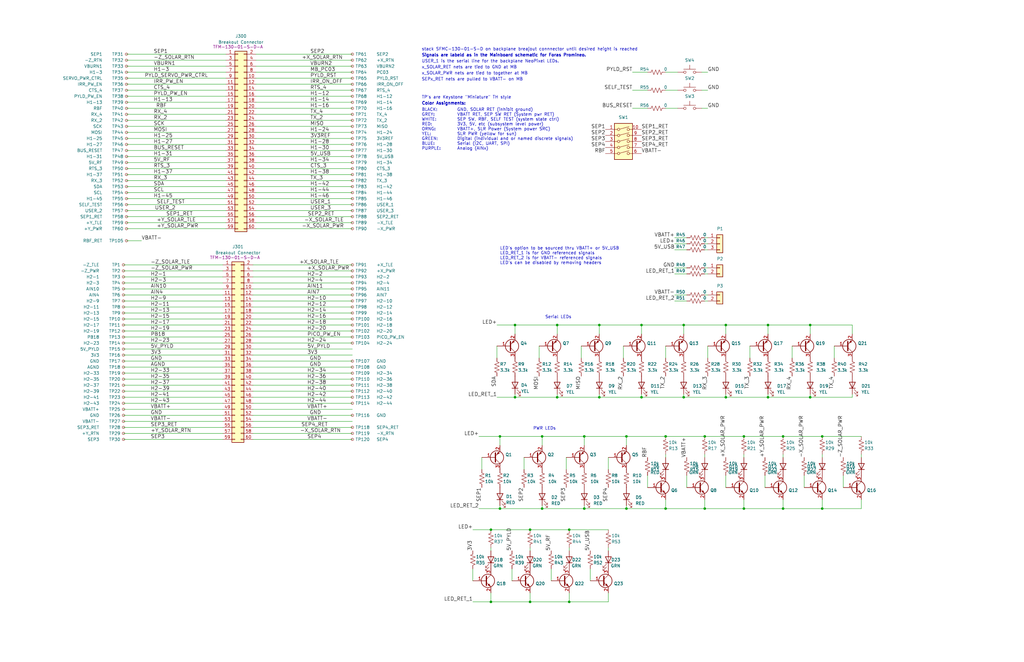
<source format=kicad_sch>
(kicad_sch (version 20211123) (generator eeschema)
  (paper "B")
  (junction (at 323.85 167.64))
  (junction (at 313.69 214.63))
  (junction (at 306.07 167.64))
  (junction (at 210.82 184.15))
  (junction (at 217.17 137.16))
  (junction (at 297.18 214.63))
  (junction (at 223.52 223.52))
  (junction (at 234.95 167.64))
  (junction (at 306.07 137.16))
  (junction (at 252.73 137.16))
  (junction (at 228.6 214.63))
  (junction (at 246.38 184.15))
  (junction (at 270.51 167.64))
  (junction (at 330.2 214.63))
  (junction (at 323.85 137.16))
  (junction (at 341.63 167.64))
  (junction (at 240.03 254))
  (junction (at 280.67 184.15))
  (junction (at 346.71 214.63))
  (junction (at 217.17 167.64))
  (junction (at 288.29 137.16))
  (junction (at 341.63 137.16))
  (junction (at 288.29 167.64))
  (junction (at 207.01 223.52))
  (junction (at 346.71 184.15))
  (junction (at 210.82 214.63))
  (junction (at 252.73 167.64))
  (junction (at 313.69 184.15))
  (junction (at 240.03 223.52))
  (junction (at 270.51 137.16))
  (junction (at 297.18 184.15))
  (junction (at 223.52 254))
  (junction (at 280.67 214.63))
  (junction (at 264.16 214.63))
  (junction (at 228.6 184.15))
  (junction (at 264.16 184.15))
  (junction (at 246.38 214.63))
  (junction (at 330.2 184.15))
  (junction (at 234.95 137.16))
  (junction (at 207.01 254))
  (wire (pts (xy 207.01 231.14) (xy 207.01 232.41)))
  (wire (pts (xy 52.07 121.92) (xy 93.98 121.92)))
  (wire (pts (xy 306.07 140.97) (xy 306.07 137.16)))
  (wire (pts (xy 107.95 66.04) (xy 148.59 66.04)))
  (wire (pts (xy 289.56 200.66) (xy 289.56 205.74)))
  (wire (pts (xy 313.69 191.77) (xy 313.69 193.04)))
  (wire (pts (xy 53.34 22.86) (xy 95.25 22.86)))
  (wire (pts (xy 53.34 43.18) (xy 95.25 43.18)))
  (wire (pts (xy 107.95 45.72) (xy 148.59 45.72)))
  (wire (pts (xy 363.22 191.77) (xy 363.22 193.04)))
  (wire (pts (xy 107.95 38.1) (xy 148.59 38.1)))
  (wire (pts (xy 223.52 223.52) (xy 240.03 223.52)))
  (wire (pts (xy 297.18 184.15) (xy 313.69 184.15)))
  (wire (pts (xy 106.68 144.78) (xy 148.59 144.78)))
  (wire (pts (xy 232.41 240.03) (xy 232.41 245.11)))
  (wire (pts (xy 107.95 35.56) (xy 148.59 35.56)))
  (wire (pts (xy 52.07 139.7) (xy 93.98 139.7)))
  (wire (pts (xy 341.63 167.64) (xy 341.63 166.37)))
  (wire (pts (xy 106.68 116.84) (xy 148.59 116.84)))
  (wire (pts (xy 201.93 184.15) (xy 210.82 184.15)))
  (wire (pts (xy 52.07 111.76) (xy 93.98 111.76)))
  (wire (pts (xy 228.6 187.96) (xy 228.6 184.15)))
  (wire (pts (xy 203.2 198.12) (xy 203.2 193.04)))
  (wire (pts (xy 52.07 160.02) (xy 93.98 160.02)))
  (wire (pts (xy 316.23 151.13) (xy 316.23 146.05)))
  (wire (pts (xy 209.55 167.64) (xy 217.17 167.64)))
  (wire (pts (xy 313.69 214.63) (xy 330.2 214.63)))
  (wire (pts (xy 227.33 151.13) (xy 227.33 146.05)))
  (wire (pts (xy 322.58 200.66) (xy 322.58 205.74)))
  (wire (pts (xy 53.34 40.64) (xy 95.25 40.64)))
  (wire (pts (xy 53.34 33.02) (xy 95.25 33.02)))
  (wire (pts (xy 280.67 214.63) (xy 297.18 214.63)))
  (wire (pts (xy 53.34 91.44) (xy 95.25 91.44)))
  (wire (pts (xy 107.95 96.52) (xy 148.59 96.52)))
  (wire (pts (xy 273.05 200.66) (xy 273.05 205.74)))
  (wire (pts (xy 52.07 114.3) (xy 93.98 114.3)))
  (wire (pts (xy 270.51 140.97) (xy 270.51 137.16)))
  (wire (pts (xy 107.95 86.36) (xy 148.59 86.36)))
  (wire (pts (xy 323.85 137.16) (xy 341.63 137.16)))
  (wire (pts (xy 217.17 167.64) (xy 234.95 167.64)))
  (wire (pts (xy 210.82 184.15) (xy 210.82 187.96)))
  (wire (pts (xy 220.98 198.12) (xy 220.98 193.04)))
  (wire (pts (xy 52.07 177.8) (xy 93.98 177.8)))
  (wire (pts (xy 52.07 144.78) (xy 93.98 144.78)))
  (wire (pts (xy 107.95 22.86) (xy 148.59 22.86)))
  (wire (pts (xy 107.95 68.58) (xy 148.59 68.58)))
  (wire (pts (xy 297.18 102.87) (xy 298.45 102.87)))
  (wire (pts (xy 52.07 132.08) (xy 93.98 132.08)))
  (wire (pts (xy 264.16 214.63) (xy 264.16 213.36)))
  (wire (pts (xy 288.29 167.64) (xy 288.29 166.37)))
  (wire (pts (xy 106.68 139.7) (xy 148.59 139.7)))
  (wire (pts (xy 252.73 167.64) (xy 270.51 167.64)))
  (wire (pts (xy 52.07 157.48) (xy 93.98 157.48)))
  (wire (pts (xy 346.71 214.63) (xy 346.71 210.82)))
  (wire (pts (xy 341.63 137.16) (xy 359.41 137.16)))
  (wire (pts (xy 207.01 254) (xy 207.01 250.19)))
  (wire (pts (xy 52.07 185.42) (xy 93.98 185.42)))
  (wire (pts (xy 107.95 58.42) (xy 148.59 58.42)))
  (wire (pts (xy 52.07 154.94) (xy 93.98 154.94)))
  (wire (pts (xy 240.03 254) (xy 256.54 254)))
  (wire (pts (xy 53.34 35.56) (xy 95.25 35.56)))
  (wire (pts (xy 106.68 152.4) (xy 148.59 152.4)))
  (wire (pts (xy 234.95 140.97) (xy 234.95 137.16)))
  (wire (pts (xy 363.22 214.63) (xy 363.22 210.82)))
  (wire (pts (xy 107.95 27.94) (xy 148.59 27.94)))
  (wire (pts (xy 266.7 38.1) (xy 273.05 38.1)))
  (wire (pts (xy 238.76 198.12) (xy 238.76 193.04)))
  (wire (pts (xy 53.34 86.36) (xy 95.25 86.36)))
  (wire (pts (xy 52.07 137.16) (xy 93.98 137.16)))
  (wire (pts (xy 339.09 200.66) (xy 339.09 205.74)))
  (wire (pts (xy 280.67 214.63) (xy 280.67 210.82)))
  (wire (pts (xy 246.38 214.63) (xy 264.16 214.63)))
  (wire (pts (xy 107.95 30.48) (xy 148.59 30.48)))
  (wire (pts (xy 199.39 240.03) (xy 199.39 245.11)))
  (wire (pts (xy 284.48 105.41) (xy 289.56 105.41)))
  (wire (pts (xy 199.39 223.52) (xy 207.01 223.52)))
  (wire (pts (xy 228.6 214.63) (xy 246.38 214.63)))
  (wire (pts (xy 107.95 76.2) (xy 148.59 76.2)))
  (wire (pts (xy 207.01 223.52) (xy 223.52 223.52)))
  (wire (pts (xy 106.68 172.72) (xy 148.59 172.72)))
  (wire (pts (xy 107.95 33.02) (xy 148.59 33.02)))
  (wire (pts (xy 52.07 127) (xy 93.98 127)))
  (wire (pts (xy 106.68 111.76) (xy 148.59 111.76)))
  (wire (pts (xy 210.82 214.63) (xy 210.82 213.36)))
  (wire (pts (xy 210.82 214.63) (xy 228.6 214.63)))
  (wire (pts (xy 223.52 231.14) (xy 223.52 232.41)))
  (wire (pts (xy 53.34 81.28) (xy 95.25 81.28)))
  (wire (pts (xy 107.95 55.88) (xy 148.59 55.88)))
  (wire (pts (xy 215.9 240.03) (xy 215.9 245.11)))
  (wire (pts (xy 297.18 214.63) (xy 313.69 214.63)))
  (wire (pts (xy 201.93 214.63) (xy 210.82 214.63)))
  (wire (pts (xy 262.89 151.13) (xy 262.89 146.05)))
  (wire (pts (xy 252.73 137.16) (xy 270.51 137.16)))
  (wire (pts (xy 288.29 140.97) (xy 288.29 137.16)))
  (wire (pts (xy 53.34 66.04) (xy 95.25 66.04)))
  (wire (pts (xy 107.95 73.66) (xy 148.59 73.66)))
  (wire (pts (xy 297.18 214.63) (xy 297.18 210.82)))
  (wire (pts (xy 297.18 100.33) (xy 298.45 100.33)))
  (wire (pts (xy 52.07 129.54) (xy 93.98 129.54)))
  (wire (pts (xy 264.16 187.96) (xy 264.16 184.15)))
  (wire (pts (xy 270.51 167.64) (xy 270.51 166.37)))
  (wire (pts (xy 53.34 30.48) (xy 95.25 30.48)))
  (wire (pts (xy 341.63 140.97) (xy 341.63 137.16)))
  (wire (pts (xy 334.01 151.13) (xy 334.01 146.05)))
  (wire (pts (xy 245.11 151.13) (xy 245.11 146.05)))
  (wire (pts (xy 107.95 93.98) (xy 148.59 93.98)))
  (wire (pts (xy 53.34 88.9) (xy 95.25 88.9)))
  (wire (pts (xy 313.69 184.15) (xy 330.2 184.15)))
  (wire (pts (xy 280.67 38.1) (xy 285.75 38.1)))
  (wire (pts (xy 246.38 187.96) (xy 246.38 184.15)))
  (wire (pts (xy 53.34 93.98) (xy 95.25 93.98)))
  (wire (pts (xy 53.34 38.1) (xy 95.25 38.1)))
  (wire (pts (xy 313.69 214.63) (xy 313.69 210.82)))
  (wire (pts (xy 297.18 113.03) (xy 298.45 113.03)))
  (wire (pts (xy 52.07 134.62) (xy 93.98 134.62)))
  (wire (pts (xy 52.07 152.4) (xy 93.98 152.4)))
  (wire (pts (xy 346.71 191.77) (xy 346.71 193.04)))
  (wire (pts (xy 217.17 167.64) (xy 217.17 166.37)))
  (wire (pts (xy 106.68 162.56) (xy 148.59 162.56)))
  (wire (pts (xy 297.18 105.41) (xy 298.45 105.41)))
  (wire (pts (xy 264.16 184.15) (xy 280.67 184.15)))
  (wire (pts (xy 107.95 78.74) (xy 148.59 78.74)))
  (wire (pts (xy 330.2 184.15) (xy 346.71 184.15)))
  (wire (pts (xy 256.54 198.12) (xy 256.54 193.04)))
  (wire (pts (xy 53.34 27.94) (xy 95.25 27.94)))
  (wire (pts (xy 107.95 25.4) (xy 148.59 25.4)))
  (wire (pts (xy 106.68 185.42) (xy 148.59 185.42)))
  (wire (pts (xy 270.51 137.16) (xy 288.29 137.16)))
  (wire (pts (xy 53.34 58.42) (xy 95.25 58.42)))
  (wire (pts (xy 52.07 124.46) (xy 93.98 124.46)))
  (wire (pts (xy 53.34 45.72) (xy 95.25 45.72)))
  (wire (pts (xy 107.95 48.26) (xy 148.59 48.26)))
  (wire (pts (xy 107.95 88.9) (xy 148.59 88.9)))
  (wire (pts (xy 106.68 114.3) (xy 148.59 114.3)))
  (wire (pts (xy 284.48 100.33) (xy 289.56 100.33)))
  (wire (pts (xy 106.68 157.48) (xy 148.59 157.48)))
  (wire (pts (xy 107.95 63.5) (xy 148.59 63.5)))
  (wire (pts (xy 107.95 43.18) (xy 148.59 43.18)))
  (wire (pts (xy 199.39 254) (xy 207.01 254)))
  (wire (pts (xy 306.07 167.64) (xy 306.07 166.37)))
  (wire (pts (xy 53.34 96.52) (xy 95.25 96.52)))
  (wire (pts (xy 297.18 124.46) (xy 298.45 124.46)))
  (wire (pts (xy 53.34 68.58) (xy 95.25 68.58)))
  (wire (pts (xy 306.07 167.64) (xy 323.85 167.64)))
  (wire (pts (xy 234.95 167.64) (xy 252.73 167.64)))
  (wire (pts (xy 107.95 40.64) (xy 148.59 40.64)))
  (wire (pts (xy 106.68 147.32) (xy 148.59 147.32)))
  (wire (pts (xy 240.03 223.52) (xy 256.54 223.52)))
  (wire (pts (xy 106.68 182.88) (xy 148.59 182.88)))
  (wire (pts (xy 106.68 175.26) (xy 148.59 175.26)))
  (wire (pts (xy 240.03 254) (xy 240.03 250.19)))
  (wire (pts (xy 52.07 147.32) (xy 93.98 147.32)))
  (wire (pts (xy 346.71 214.63) (xy 363.22 214.63)))
  (wire (pts (xy 53.34 101.6) (xy 59.69 101.6)))
  (wire (pts (xy 234.95 167.64) (xy 234.95 166.37)))
  (wire (pts (xy 207.01 254) (xy 223.52 254)))
  (wire (pts (xy 306.07 137.16) (xy 323.85 137.16)))
  (wire (pts (xy 52.07 182.88) (xy 93.98 182.88)))
  (wire (pts (xy 52.07 162.56) (xy 93.98 162.56)))
  (wire (pts (xy 107.95 83.82) (xy 148.59 83.82)))
  (wire (pts (xy 106.68 154.94) (xy 148.59 154.94)))
  (wire (pts (xy 106.68 132.08) (xy 148.59 132.08)))
  (wire (pts (xy 52.07 172.72) (xy 93.98 172.72)))
  (wire (pts (xy 106.68 134.62) (xy 148.59 134.62)))
  (wire (pts (xy 280.67 151.13) (xy 280.67 146.05)))
  (wire (pts (xy 106.68 124.46) (xy 148.59 124.46)))
  (wire (pts (xy 264.16 214.63) (xy 280.67 214.63)))
  (wire (pts (xy 330.2 214.63) (xy 330.2 210.82)))
  (wire (pts (xy 266.7 45.72) (xy 273.05 45.72)))
  (wire (pts (xy 209.55 137.16) (xy 217.17 137.16)))
  (wire (pts (xy 346.71 184.15) (xy 363.22 184.15)))
  (wire (pts (xy 106.68 165.1) (xy 148.59 165.1)))
  (wire (pts (xy 106.68 160.02) (xy 148.59 160.02)))
  (wire (pts (xy 228.6 184.15) (xy 210.82 184.15)))
  (wire (pts (xy 53.34 25.4) (xy 95.25 25.4)))
  (wire (pts (xy 297.18 115.57) (xy 298.45 115.57)))
  (wire (pts (xy 297.18 127) (xy 298.45 127)))
  (wire (pts (xy 323.85 167.64) (xy 323.85 166.37)))
  (wire (pts (xy 52.07 149.86) (xy 93.98 149.86)))
  (wire (pts (xy 106.68 121.92) (xy 148.59 121.92)))
  (wire (pts (xy 240.03 231.14) (xy 240.03 232.41)))
  (wire (pts (xy 209.55 151.13) (xy 209.55 146.05)))
  (wire (pts (xy 52.07 116.84) (xy 93.98 116.84)))
  (wire (pts (xy 306.07 200.66) (xy 306.07 205.74)))
  (wire (pts (xy 280.67 30.48) (xy 285.75 30.48)))
  (wire (pts (xy 288.29 137.16) (xy 306.07 137.16)))
  (wire (pts (xy 107.95 81.28) (xy 148.59 81.28)))
  (wire (pts (xy 107.95 50.8) (xy 148.59 50.8)))
  (wire (pts (xy 330.2 214.63) (xy 346.71 214.63)))
  (wire (pts (xy 295.91 45.72) (xy 298.45 45.72)))
  (wire (pts (xy 295.91 38.1) (xy 298.45 38.1)))
  (wire (pts (xy 53.34 76.2) (xy 95.25 76.2)))
  (wire (pts (xy 234.95 137.16) (xy 217.17 137.16)))
  (wire (pts (xy 298.45 151.13) (xy 298.45 146.05)))
  (wire (pts (xy 106.68 129.54) (xy 148.59 129.54)))
  (wire (pts (xy 53.34 48.26) (xy 95.25 48.26)))
  (wire (pts (xy 53.34 55.88) (xy 95.25 55.88)))
  (wire (pts (xy 52.07 175.26) (xy 93.98 175.26)))
  (wire (pts (xy 52.07 167.64) (xy 93.98 167.64)))
  (wire (pts (xy 223.52 254) (xy 240.03 254)))
  (wire (pts (xy 106.68 137.16) (xy 148.59 137.16)))
  (wire (pts (xy 280.67 45.72) (xy 285.75 45.72)))
  (wire (pts (xy 52.07 119.38) (xy 93.98 119.38)))
  (wire (pts (xy 266.7 30.48) (xy 273.05 30.48)))
  (wire (pts (xy 107.95 53.34) (xy 148.59 53.34)))
  (wire (pts (xy 284.48 127) (xy 289.56 127)))
  (wire (pts (xy 106.68 119.38) (xy 148.59 119.38)))
  (wire (pts (xy 246.38 214.63) (xy 246.38 213.36)))
  (wire (pts (xy 217.17 137.16) (xy 217.17 140.97)))
  (wire (pts (xy 252.73 167.64) (xy 252.73 166.37)))
  (wire (pts (xy 256.54 254) (xy 256.54 250.19)))
  (wire (pts (xy 284.48 102.87) (xy 289.56 102.87)))
  (wire (pts (xy 106.68 177.8) (xy 148.59 177.8)))
  (wire (pts (xy 284.48 124.46) (xy 289.56 124.46)))
  (wire (pts (xy 106.68 167.64) (xy 148.59 167.64)))
  (wire (pts (xy 256.54 231.14) (xy 256.54 232.41)))
  (wire (pts (xy 53.34 71.12) (xy 95.25 71.12)))
  (wire (pts (xy 288.29 167.64) (xy 306.07 167.64)))
  (wire (pts (xy 280.67 184.15) (xy 297.18 184.15)))
  (wire (pts (xy 330.2 191.77) (xy 330.2 193.04)))
  (wire (pts (xy 107.95 91.44) (xy 148.59 91.44)))
  (wire (pts (xy 248.92 240.03) (xy 248.92 245.11)))
  (wire (pts (xy 223.52 254) (xy 223.52 250.19)))
  (wire (pts (xy 284.48 115.57) (xy 289.56 115.57)))
  (wire (pts (xy 106.68 142.24) (xy 148.59 142.24)))
  (wire (pts (xy 297.18 191.77) (xy 297.18 193.04)))
  (wire (pts (xy 53.34 78.74) (xy 95.25 78.74)))
  (wire (pts (xy 355.6 200.66) (xy 355.6 205.74)))
  (wire (pts (xy 52.07 142.24) (xy 93.98 142.24)))
  (wire (pts (xy 246.38 184.15) (xy 264.16 184.15)))
  (wire (pts (xy 106.68 127) (xy 148.59 127)))
  (wire (pts (xy 284.48 113.03) (xy 289.56 113.03)))
  (wire (pts (xy 53.34 60.96) (xy 95.25 60.96)))
  (wire (pts (xy 52.07 180.34) (xy 93.98 180.34)))
  (wire (pts (xy 252.73 137.16) (xy 234.95 137.16)))
  (wire (pts (xy 53.34 63.5) (xy 95.25 63.5)))
  (wire (pts (xy 246.38 184.15) (xy 228.6 184.15)))
  (wire (pts (xy 323.85 140.97) (xy 323.85 137.16)))
  (wire (pts (xy 106.68 149.86) (xy 148.59 149.86)))
  (wire (pts (xy 270.51 167.64) (xy 288.29 167.64)))
  (wire (pts (xy 323.85 167.64) (xy 341.63 167.64)))
  (wire (pts (xy 228.6 214.63) (xy 228.6 213.36)))
  (wire (pts (xy 53.34 83.82) (xy 95.25 83.82)))
  (wire (pts (xy 106.68 170.18) (xy 148.59 170.18)))
  (wire (pts (xy 107.95 71.12) (xy 148.59 71.12)))
  (wire (pts (xy 52.07 170.18) (xy 93.98 170.18)))
  (wire (pts (xy 107.95 60.96) (xy 148.59 60.96)))
  (wire (pts (xy 359.41 140.97) (xy 359.41 137.16)))
  (wire (pts (xy 359.41 167.64) (xy 359.41 166.37)))
  (wire (pts (xy 351.79 151.13) (xy 351.79 146.05)))
  (wire (pts (xy 53.34 73.66) (xy 95.25 73.66)))
  (wire (pts (xy 252.73 140.97) (xy 252.73 137.16)))
  (wire (pts (xy 341.63 167.64) (xy 359.41 167.64)))
  (wire (pts (xy 53.34 50.8) (xy 95.25 50.8)))
  (wire (pts (xy 52.07 165.1) (xy 93.98 165.1)))
  (wire (pts (xy 106.68 180.34) (xy 148.59 180.34)))
  (wire (pts (xy 295.91 30.48) (xy 298.45 30.48)))
  (wire (pts (xy 280.67 191.77) (xy 280.67 193.04)))
  (wire (pts (xy 53.34 53.34) (xy 95.25 53.34)))
  (text "LED's option to be sourced thru VBATT+ or 5V_USB\nLED_RET_1 is for GND referenced signals\nLED_RET_2 is for VBATT- referenced signals\nLED's can be disabled by removing headers" (at 210.82 111.76 0) (effects (font (size 1.27 1.27)) (justify left bottom)))
  (text "USER_1 is the serial line for the backplane NeoPixel LEDs." (at 177.8 26.67 0) (effects (font (size 1.27 1.27)) (justify left bottom)))
  (text "x_SOLAR_RET nets are tied to GND at MB" (at 177.8 29.21 0) (effects (font (size 1.27 1.27)) (justify left bottom)))
  (text "stack SFMC-130-01-S-D on backplane breajout connnector until desired height is reached" (at 177.8 21.59 0) (effects (font (size 1.27 1.27)) (justify left bottom)))
  (text "x_SOLAR_PWR nets are tied to together at MB" (at 177.8 31.75 0) (effects (font (size 1.27 1.27)) (justify left bottom)))
  (text "Color Assignments:" (at 177.8 44.45 0) (effects (font (size 1.27 1.27) (thickness 0.254) bold) (justify left bottom)))
  (text "SEPx_RET nets are pulled to VBATT- on MB" (at 177.8 34.29 0) (effects (font (size 1.27 1.27)) (justify left bottom)))
  (text "Signals are labeld as in the Mainboard schematic for Foras Promineo." (at 177.8 24.13 0) (effects (font (size 1.27 1.27) (thickness 0.254) bold) (justify left bottom)))
  (text "Serial LEDs" (at 229.87 134.62 0) (effects (font (size 1.27 1.27)) (justify left bottom)))
  (text "TP's are Keystone \"Miniature\" TH style" (at 177.8 41.91 0) (effects (font (size 1.27 1.27)) (justify left bottom)))
  (text "PWR LEDs" (at 224.79 181.61 0) (effects (font (size 1.27 1.27)) (justify left bottom)))
  (text "BLACK:		GND, SOLAR RET (inhibit ground)\nGREY:		VBATT RET, SEP SW RET (System pwr RET)\nWHITE:		SEP SW, RBF, SELF TEST (system state ctrl)\nRED:		3V3, 5V, etc (subsystem level power)\nORNG:		VBATT+, SLR Power (System power SRC)\nYEL:		SLR PWR (yellow for sun)\nGREEN:		Digital (individual and or named discrete signals)\nBLUE:		Serial (I2C, UART, SPI)\nPURPLE:		Analog (AINx)\n" (at 177.8 63.5 0) (effects (font (size 1.27 1.27)) (justify left bottom)))
  (label "PYLD_SERVO_PWR_CTRL" (at 60.96 33.02 0) (effects (font (size 1.524 1.524))))
  (label "LED+" (at 209.55 137.16 180) (effects (font (size 1.524 1.524))))
  (label "+X_SOLAR_RTN" (at 127.254 25.4 0) (effects (font (size 1.524 1.524))))
  (label "LED_RET_1" (at 209.55 167.64 180) (effects (font (size 1.524 1.524))))
  (label "H2-4" (at 129.54 119.38 0) (effects (font (size 1.524 1.524))))
  (label "+X_SOLAR_TLE" (at 126.238 111.76 0) (effects (font (size 1.524 1.524))))
  (label "+Y_SOLAR_TLE" (at 66.04 93.98 0) (effects (font (size 1.524 1.524))))
  (label "3V3" (at 199.39 232.41 90) (effects (font (size 1.524 1.524))))
  (label "VBATT+" (at 284.48 100.33 180) (effects (font (size 1.524 1.524))))
  (label "H2-37" (at 63.5 162.56 0) (effects (font (size 1.524 1.524))))
  (label "VBATT-" (at 284.48 124.46 180) (effects (font (size 1.524 1.524))))
  (label "TX_3" (at 316.23 158.75 270) (effects (font (size 1.524 1.524))))
  (label "H2-16" (at 129.54 134.62 0) (effects (font (size 1.524 1.524))))
  (label "SELF_TEST" (at 66.04 86.36 0) (effects (font (size 1.524 1.524))))
  (label "USER_1" (at 130.81 86.36 0) (effects (font (size 1.524 1.524))))
  (label "RX_4" (at 64.77 48.26 0) (effects (font (size 1.524 1.524))))
  (label "SDA" (at 209.55 158.75 270) (effects (font (size 1.524 1.524))))
  (label "VBURN1" (at 64.77 27.94 0) (effects (font (size 1.524 1.524))))
  (label "H1-31" (at 64.77 66.04 0) (effects (font (size 1.524 1.524))))
  (label "-X_SOLAR_RTN" (at 126.492 182.88 0) (effects (font (size 1.524 1.524))))
  (label "5V_PYLD" (at 129.54 147.32 0) (effects (font (size 1.524 1.524))))
  (label "H2-20" (at 129.54 139.7 0) (effects (font (size 1.524 1.524))))
  (label "GND" (at 63.5 175.26 0) (effects (font (size 1.524 1.524))))
  (label "MB_PC03" (at 130.81 30.48 0) (effects (font (size 1.524 1.524))))
  (label "SEP2" (at 130.81 22.86 0) (effects (font (size 1.524 1.524))))
  (label "SEP1_RET" (at 270.51 54.61 0) (effects (font (size 1.524 1.524))))
  (label "AIN11" (at 129.54 121.92 0) (effects (font (size 1.524 1.524))))
  (label "+X_SOLAR_PWR" (at 129.54 114.3 0) (effects (font (size 1.524 1.524))))
  (label "SEP2" (at 220.98 205.74 270) (effects (font (size 1.524 1.524))))
  (label "H1-28" (at 130.81 60.96 0) (effects (font (size 1.524 1.524))))
  (label "H2-33" (at 63.5 157.48 0) (effects (font (size 1.524 1.524))))
  (label "H1-37" (at 64.77 73.66 0) (effects (font (size 1.524 1.524))))
  (label "H2-3" (at 63.5 119.38 0) (effects (font (size 1.524 1.524))))
  (label "3V3" (at 129.54 149.86 0) (effects (font (size 1.524 1.524))))
  (label "PYLD_RST" (at 130.81 33.02 0) (effects (font (size 1.524 1.524))))
  (label "RBF" (at 65.786 45.72 0) (effects (font (size 1.524 1.524))))
  (label "5V_RF" (at 64.77 68.58 0) (effects (font (size 1.524 1.524))))
  (label "LED_RET_2" (at 201.93 214.63 180) (effects (font (size 1.524 1.524))))
  (label "SEP4_RET" (at 270.51 62.23 0) (effects (font (size 1.524 1.524))))
  (label "SEP3_RET" (at 270.51 59.69 0) (effects (font (size 1.524 1.524))))
  (label "H2-2" (at 129.54 116.84 0) (effects (font (size 1.524 1.524))))
  (label "SEP3" (at 255.27 59.69 180) (effects (font (size 1.524 1.524))))
  (label "VBATT+" (at 63.5 172.72 0) (effects (font (size 1.524 1.524))))
  (label "H2-36" (at 129.54 160.02 0) (effects (font (size 1.524 1.524))))
  (label "H1-12" (at 130.81 40.64 0) (effects (font (size 1.524 1.524))))
  (label "H2-43" (at 63.5 170.18 0) (effects (font (size 1.524 1.524))))
  (label "PICO_PW_EN" (at 129.54 142.24 0) (effects (font (size 1.524 1.524))))
  (label "H2-34" (at 129.54 157.48 0) (effects (font (size 1.524 1.524))))
  (label "SDA" (at 64.77 78.74 0) (effects (font (size 1.524 1.524))))
  (label "PYLD_RST" (at 266.7 30.48 180) (effects (font (size 1.524 1.524))))
  (label "H1-34" (at 130.81 68.58 0) (effects (font (size 1.524 1.524))))
  (label "H2-14" (at 129.54 132.08 0) (effects (font (size 1.524 1.524))))
  (label "SCL" (at 64.77 81.28 0) (effects (font (size 1.524 1.524))))
  (label "SCK" (at 64.77 53.34 0) (effects (font (size 1.524 1.524))))
  (label "SEP1" (at 203.2 205.74 270) (effects (font (size 1.524 1.524))))
  (label "H1-14" (at 130.81 43.18 0) (effects (font (size 1.524 1.524))))
  (label "VBATT+" (at 129.54 172.72 0) (effects (font (size 1.524 1.524))))
  (label "GND" (at 130.556 175.26 0) (effects (font (size 1.524 1.524))))
  (label "3V3REF" (at 130.81 58.42 0) (effects (font (size 1.524 1.524))))
  (label "+Y_SOLAR_PWR" (at 322.58 193.04 90) (effects (font (size 1.524 1.524))))
  (label "H2-40" (at 129.54 165.1 0) (effects (font (size 1.524 1.524))))
  (label "5V_PYLD" (at 63.5 147.32 0) (effects (font (size 1.524 1.524))))
  (label "SEP1" (at 64.77 22.86 0) (effects (font (size 1.524 1.524))))
  (label "H2-44" (at 129.54 170.18 0) (effects (font (size 1.524 1.524))))
  (label "5V_USB" (at 248.92 232.41 90) (effects (font (size 1.524 1.524))))
  (label "AIN4" (at 63.5 124.46 0) (effects (font (size 1.524 1.524))))
  (label "MOSI" (at 227.33 158.75 270) (effects (font (size 1.524 1.524))))
  (label "H2-23" (at 63.5 144.78 0) (effects (font (size 1.524 1.524))))
  (label "-X_SOLAR_PWR" (at 339.09 193.04 90) (effects (font (size 1.524 1.524))))
  (label "VBATT-" (at 59.69 101.6 0) (effects (font (size 1.524 1.524))))
  (label "MISO" (at 245.11 158.75 270) (effects (font (size 1.524 1.524))))
  (label "CTS_4" (at 64.77 38.1 0) (effects (font (size 1.524 1.524))))
  (label "RX_2" (at 262.89 158.75 270) (effects (font (size 1.524 1.524))))
  (label "H2-42" (at 129.54 167.64 0) (effects (font (size 1.524 1.524))))
  (label "RBF" (at 255.27 64.77 180) (effects (font (size 1.524 1.524))))
  (label "SEP3_RET" (at 63.5 180.34 0) (effects (font (size 1.524 1.524))))
  (label "PYLD_PW_EN" (at 64.77 40.64 0) (effects (font (size 1.524 1.524))))
  (label "H2-9" (at 63.5 127 0) (effects (font (size 1.524 1.524))))
  (label "TX_3" (at 130.81 76.2 0) (effects (font (size 1.524 1.524))))
  (label "IRR_ON_OFF" (at 130.81 35.56 0) (effects (font (size 1.524 1.524))))
  (label "RX_3" (at 64.77 76.2 0) (effects (font (size 1.524 1.524))))
  (label "GND" (at 298.45 38.1 0) (effects (font (size 1.524 1.524))))
  (label "SEP1" (at 255.27 54.61 180) (effects (font (size 1.524 1.524))))
  (label "TX_4" (at 351.79 158.75 270) (effects (font (size 1.524 1.524))))
  (label "H1-38" (at 130.81 73.66 0) (effects (font (size 1.524 1.524))))
  (label "AGND" (at 63.5 154.94 0) (effects (font (size 1.524 1.524))))
  (label "H1-46" (at 130.81 83.82 0) (effects (font (size 1.524 1.524))))
  (label "SEP4" (at 255.27 62.23 180) (effects (font (size 1.524 1.524))))
  (label "IRR_PW_EN" (at 64.77 35.56 0) (effects (font (size 1.524 1.524))))
  (label "USER_3" (at 130.81 88.9 0) (effects (font (size 1.524 1.524))))
  (label "SELF_TEST" (at 266.7 38.1 180) (effects (font (size 1.524 1.524))))
  (label "H1-45" (at 64.77 83.82 0) (effects (font (size 1.524 1.524))))
  (label "-X_SOLAR_PWR" (at 127.254 96.52 0) (effects (font (size 1.524 1.524))))
  (label "VBATT-" (at 270.51 64.77 0) (effects (font (size 1.524 1.524))))
  (label "MISO" (at 130.81 53.34 0) (effects (font (size 1.524 1.524))))
  (label "SEP3" (at 63.5 185.42 0) (effects (font (size 1.524 1.524))))
  (label "RX_2" (at 64.77 50.8 0) (effects (font (size 1.524 1.524))))
  (label "SEP3" (at 238.76 205.74 270) (effects (font (size 1.524 1.524))))
  (label "LED+" (at 199.39 223.52 180) (effects (font (size 1.524 1.524))))
  (label "RBF" (at 273.05 193.04 90) (effects (font (size 1.524 1.524))))
  (label "VBATT+" (at 289.56 193.04 90) (effects (font (size 1.524 1.524))))
  (label "RX_3" (at 298.45 158.75 270) (effects (font (size 1.524 1.524))))
  (label "3V3" (at 63.5 149.86 0) (effects (font (size 1.524 1.524))))
  (label "H2-12" (at 129.54 129.54 0) (effects (font (size 1.524 1.524))))
  (label "H2-24" (at 129.54 144.78 0) (effects (font (size 1.524 1.524))))
  (label "+X_SOLAR_PWR" (at 306.07 193.04 90) (effects (font (size 1.524 1.524))))
  (label "AIN7" (at 129.54 124.46 0) (effects (font (size 1.524 1.524))))
  (label "H2-35" (at 63.5 160.02 0) (effects (font (size 1.524 1.524))))
  (label "-Z_SOLAR_RTN" (at 64.77 25.4 0) (effects (font (size 1.524 1.524))))
  (label "5V_RF" (at 232.41 232.41 90) (effects (font (size 1.524 1.524))))
  (label "-Z_SOLAR_PWR" (at 63.5 114.3 0) (effects (font (size 1.524 1.524))))
  (label "H2-38" (at 129.54 162.56 0) (effects (font (size 1.524 1.524))))
  (label "H1-25" (at 64.77 58.42 0) (effects (font (size 1.524 1.524))))
  (label "AIN10" (at 63.5 121.92 0) (effects (font (size 1.524 1.524))))
  (label "GND" (at 284.48 113.03 180) (effects (font (size 1.524 1.524))))
  (label "H1-27" (at 64.77 60.96 0) (effects (font (size 1.524 1.524))))
  (label "BUS_RESET" (at 266.7 45.72 180) (effects (font (size 1.524 1.524))))
  (label "5V_USB" (at 130.81 66.04 0) (effects (font (size 1.524 1.524))))
  (label "BUS_RESET" (at 64.77 63.5 0) (effects (font (size 1.524 1.524))))
  (label "H1-16" (at 130.81 45.72 0) (effects (font (size 1.524 1.524))))
  (label "VBURN2" (at 130.81 27.94 0) (effects (font (size 1.524 1.524))))
  (label "H1-30" (at 130.81 63.5 0) (effects (font (size 1.524 1.524))))
  (label "H2-15" (at 63.5 134.62 0) (effects (font (size 1.524 1.524))))
  (label "TX_2" (at 280.67 158.75 270) (effects (font (size 1.524 1.524))))
  (label "-Z_SOLAR_PWR" (at 355.6 193.04 90) (effects (font (size 1.524 1.524))))
  (label "H2-1" (at 63.5 116.84 0) (effects (font (size 1.524 1.524))))
  (label "TX_4" (at 130.81 48.26 0) (effects (font (size 1.524 1.524))))
  (label "H2-18" (at 129.54 137.16 0) (effects (font (size 1.524 1.524))))
  (label "RTS_4" (at 130.81 38.1 0) (effects (font (size 1.524 1.524))))
  (label "LED+" (at 201.93 184.15 180) (effects (font (size 1.524 1.524))))
  (label "SEP2" (at 255.27 57.15 180) (effects (font (size 1.524 1.524))))
  (label "SEP2_RET" (at 140.97 91.44 180) (effects (font (size 1.524 1.524))))
  (label "CTS_3" (at 130.81 71.12 0) (effects (font (size 1.524 1.524))))
  (label "USER_2" (at 65.278 88.9 0) (effects (font (size 1.524 1.524))))
  (label "GND" (at 130.556 152.4 0) (effects (font (size 1.524 1.524))))
  (label "H2-10" (at 129.54 127 0) (effects (font (size 1.524 1.524))))
  (label "SEP1_RET" (at 81.28 91.44 180) (effects (font (size 1.524 1.524))))
  (label "LED_RET_2" (at 284.48 127 180) (effects (font (size 1.524 1.524))))
  (label "TX_2" (at 130.81 50.8 0) (effects (font (size 1.524 1.524))))
  (label "MOSI" (at 64.77 55.88 0) (effects (font (size 1.524 1.524))))
  (label "GND" (at 298.45 30.48 0) (effects (font (size 1.524 1.524))))
  (label "5V_PYLD" (at 215.9 232.41 90) (effects (font (size 1.524 1.524))))
  (label "H1-44" (at 130.81 81.28 0) (effects (font (size 1.524 1.524))))
  (label "GND" (at 130.556 154.94 0) (effects (font (size 1.524 1.524))))
  (label "GND" (at 298.45 45.72 0) (effects (font (size 1.524 1.524))))
  (label "H2-41" (at 63.5 167.64 0) (effects (font (size 1.524 1.524))))
  (label "H2-19" (at 63.5 139.7 0) (effects (font (size 1.524 1.524))))
  (label "+Y_SOLAR_RTN" (at 63.5 182.88 0) (effects (font (size 1.524 1.524))))
  (label "SEP4" (at 129.54 185.42 0) (effects (font (size 1.524 1.524))))
  (label "LED+" (at 284.48 102.87 180) (effects (font (size 1.524 1.524))))
  (label "LED_RET_1" (at 284.48 115.57 180) (effects (font (size 1.524 1.524))))
  (label "RX_4" (at 334.01 158.75 270) (effects (font (size 1.524 1.524))))
  (label "RTS_3" (at 64.77 71.12 0) (effects (font (size 1.524 1.524))))
  (label "H2-13" (at 63.5 132.08 0) (effects (font (size 1.524 1.524))))
  (label "-X_SOLAR_TLE" (at 128.27 93.98 0) (effects (font (size 1.524 1.524))))
  (label "H2-11" (at 63.5 129.54 0) (effects (font (size 1.524 1.524))))
  (label "LED_RET_1" (at 199.39 254 180) (effects (font (size 1.524 1.524))))
  (label "5V_USB" (at 284.48 105.41 180) (effects (font (size 1.524 1.524))))
  (label "H1-42" (at 130.81 78.74 0) (effects (font (size 1.524 1.524))))
  (label "H1-24" (at 130.81 55.88 0) (effects (font (size 1.524 1.524))))
  (label "H1-3" (at 64.77 30.48 0) (effects (font (size 1.524 1.524))))
  (label "-Z_SOLAR_TLE" (at 63.5 111.76 0) (effects (font (size 1.524 1.524))))
  (label "SEP2_RET" (at 270.51 57.15 0) (effects (font (size 1.524 1.524))))
  (label "SEP4_RET" (at 127 180.34 0) (effects (font (size 1.524 1.524))))
  (label "SEP4" (at 256.54 205.74 270) (effects (font (size 1.524 1.524))))
  (label "H2-39" (at 63.5 165.1 0) (effects (font (size 1.524 1.524))))
  (label "H1-13" (at 64.77 43.18 0) (effects (font (size 1.524 1.524))))
  (label "VBATT-" (at 129.54 177.8 0) (effects (font (size 1.524 1.524))))
  (label "PB18" (at 63.5 142.24 0) (effects (font (size 1.524 1.524))))
  (label "H2-17" (at 63.5 137.16 0) (effects (font (size 1.524 1.524))))
  (label "+Y_SOLAR_PWR" (at 66.04 96.52 0) (effects (font (size 1.524 1.524))))
  (label "VBATT-" (at 63.5 177.8 0) (effects (font (size 1.524 1.524))))
  (label "GND" (at 63.5 152.4 0) (effects (font (size 1.524 1.524))))
  (symbol (lib_id "Device:R_US") (at 289.56 196.85 0) (mirror y) (unit 1)
    (property "Reference" "R15" (at 290.83 198.12 0) (effects (justify right)))
    (property "Value" "10k" (at 290.83 195.58 0) (effects (justify right)))
    (property "Footprint" "Resistor_SMD:R_0603_1608Metric_Pad0.98x0.95mm_HandSolder" (effects hide))
  )
  (symbol (lib_id "Device:R_US") (at 293.37 102.87 90) (unit 1)
    (property "Reference" "R46" (at 287.02 101.6 90))
    (property "Value" "0" (at 297.18 101.6 90))
    (property "Footprint" "Resistor_SMD:R_0603_1608Metric_Pad0.98x0.95mm_HandSolder" (effects hide))
  )
  (symbol (lib_id "Connector:TestPoint_Small") (at 148.59 142.24 0) (unit 1)
    (property "Reference" "TP103" (at 149.86 142.24 0) (effects (justify left)))
    (property "Value" "PICO_PW_EN" (at 158.75 142.24 0) (effects (justify left)))
    (property "Footprint" "TestPoint:TestPoint_Keystone_5000-5004_Miniature" (effects hide))
  )
  (symbol (lib_id "Device:R_US") (at 248.92 236.22 0) (mirror y) (unit 1)
    (property "Reference" "R52" (at 250.19 237.49 0) (effects (justify right)))
    (property "Value" "10k" (at 250.19 234.95 0) (effects (justify right)))
    (property "Footprint" "Resistor_SMD:R_0603_1608Metric_Pad0.98x0.95mm_HandSolder" (effects hide))
  )
  (symbol (lib_id "Connector:TestPoint_Small") (at 148.59 127 0) (unit 1)
    (property "Reference" "TP97" (at 149.86 127 0) (effects (justify left)))
    (property "Value" "H2-10" (at 158.75 127 0) (effects (justify left)))
    (property "Footprint" "TestPoint:TestPoint_THTPad_D1.0mm_Drill0.5mm" (effects hide))
  )
  (symbol (lib_id "Connector:TestPoint_Small") (at 53.34 53.34 0) (mirror y) (unit 1)
    (property "Reference" "TP43" (at 52.07 53.34 0) (effects (justify left)))
    (property "Value" "SCK" (at 43.18 53.34 0) (effects (justify left)))
    (property "Footprint" "TestPoint:TestPoint_Keystone_5000-5004_Miniature" (effects hide))
  )
  (symbol (lib_id "Connector:TestPoint_Small") (at 52.07 154.94 0) (mirror y) (unit 1)
    (property "Reference" "TP18" (at 50.8 154.94 0) (effects (justify left)))
    (property "Value" "AGND" (at 41.91 154.94 0) (effects (justify left)))
    (property "Footprint" "TestPoint:TestPoint_Keystone_5000-5004_Miniature" (effects hide))
  )
  (symbol (lib_id "Connector:TestPoint_Small") (at 53.34 48.26 0) (mirror y) (unit 1)
    (property "Reference" "TP41" (at 52.07 48.26 0) (effects (justify left)))
    (property "Value" "RX_4" (at 43.18 48.26 0) (effects (justify left)))
    (property "Footprint" "TestPoint:TestPoint_Keystone_5000-5004_Miniature" (effects hide))
  )
  (symbol (lib_id "Device:R_US") (at 351.79 154.94 180) (unit 1)
    (property "Reference" "R40" (at 353.06 153.67 0) (effects (justify right)))
    (property "Value" "3.3k" (at 353.06 156.21 0) (effects (justify right)))
    (property "Footprint" "Resistor_SMD:R_0603_1608Metric_Pad0.98x0.95mm_HandSolder" (effects hide))
  )
  (symbol (lib_id "Device:R_US") (at 210.82 201.93 0) (unit 1)
    (property "Reference" "R2" (at 212.09 200.66 0) (effects (justify left)))
    (property "Value" "10k" (at 212.09 203.2 0) (effects (justify left)))
    (property "Footprint" "Resistor_SMD:R_0603_1608Metric_Pad0.98x0.95mm_HandSolder" (effects hide))
  )
  (symbol (lib_id "Connector:TestPoint_Small") (at 53.34 55.88 0) (mirror y) (unit 1)
    (property "Reference" "TP44" (at 52.07 55.88 0) (effects (justify left)))
    (property "Value" "MOSI" (at 43.18 55.88 0) (effects (justify left)))
    (property "Footprint" "TestPoint:TestPoint_Keystone_5000-5004_Miniature" (effects hide))
  )
  (symbol (lib_id "Connector:TestPoint_Small") (at 148.59 58.42 0) (unit 1)
    (property "Reference" "TP75" (at 149.86 58.42 0) (effects (justify left)))
    (property "Value" "3V3REF" (at 158.75 58.42 0) (effects (justify left)))
    (property "Footprint" "TestPoint:TestPoint_Keystone_5000-5004_Miniature" (effects hide))
  )
  (symbol (lib_id "Device:Q_NPN_BEC") (at 294.64 205.74 0) (unit 1)
    (property "Reference" "Q8" (at 299.4914 206.9084 0) (effects (justify left)))
    (property "Value" "MMBT3904-TP" (effects hide))
    (property "Footprint" "Package_TO_SOT_SMD:SOT-23" (effects hide))
    (property "Datasheet" "MMBT3904-TP" (effects hide))
  )
  (symbol (lib_id "Device:R_US") (at 322.58 196.85 0) (mirror y) (unit 1)
    (property "Reference" "R23" (at 323.85 198.12 0) (effects (justify right)))
    (property "Value" "10k" (at 323.85 195.58 0) (effects (justify right)))
    (property "Footprint" "Resistor_SMD:R_0603_1608Metric_Pad0.98x0.95mm_HandSolder" (effects hide))
  )
  (symbol (lib_id "Device:R_US") (at 293.37 113.03 90) (unit 1)
    (property "Reference" "R48" (at 287.02 111.76 90))
    (property "Value" "0" (at 297.18 111.76 90))
    (property "Footprint" "Resistor_SMD:R_0603_1608Metric_Pad0.98x0.95mm_HandSolder" (effects hide))
  )
  (symbol (lib_id "Device:R_US") (at 220.98 201.93 180) (unit 1)
    (property "Reference" "R3" (at 222.25 200.66 0) (effects (justify right)))
    (property "Value" "10k" (at 222.25 203.2 0) (effects (justify right)))
    (property "Footprint" "Resistor_SMD:R_0603_1608Metric_Pad0.98x0.95mm_HandSolder" (effects hide))
  )
  (symbol (lib_id "Connector:TestPoint_Small") (at 148.59 185.42 0) (unit 1)
    (property "Reference" "TP120" (at 149.86 185.42 0) (effects (justify left)))
    (property "Value" "SEP4" (at 158.75 185.42 0) (effects (justify left)))
    (property "Footprint" "TestPoint:TestPoint_Keystone_5000-5004_Miniature" (effects hide))
  )
  (symbol (lib_id "Connector:TestPoint_Small") (at 148.59 137.16 0) (unit 1)
    (property "Reference" "TP101" (at 149.86 137.16 0) (effects (justify left)))
    (property "Value" "H2-18" (at 158.75 137.16 0) (effects (justify left)))
    (property "Footprint" "TestPoint:TestPoint_THTPad_D1.0mm_Drill0.5mm" (effects hide))
  )
  (symbol (lib_id "mainboard-rescue:Q_PNP_BEC-Device-mainboard-rescue") (at 285.75 146.05 0) (mirror x) (unit 1)
    (property "Reference" "Q13" (at 290.6014 144.8816 0) (effects (justify left)))
    (property "Value" "MMBT3906-7-F" (effects hide))
    (property "Footprint" "Package_TO_SOT_SMD:SOT-23" (effects hide))
    (property "Datasheet" "MMBT3906-7-F" (effects hide))
  )
  (symbol (lib_id "Device:Q_NPN_BEC") (at 278.13 205.74 0) (unit 1)
    (property "Reference" "Q6" (at 282.9814 206.9084 0) (effects (justify left)))
    (property "Value" "MMBT3904-TP" (effects hide))
    (property "Footprint" "Package_TO_SOT_SMD:SOT-23" (effects hide))
    (property "Datasheet" "MMBT3904-TP" (effects hide))
  )
  (symbol (lib_id "Device:R_US") (at 280.67 154.94 180) (unit 1)
    (property "Reference" "R24" (at 281.94 153.67 0) (effects (justify right)))
    (property "Value" "3.3k" (at 281.94 156.21 0) (effects (justify right)))
    (property "Footprint" "Resistor_SMD:R_0603_1608Metric_Pad0.98x0.95mm_HandSolder" (effects hide))
  )
  (symbol (lib_id "Connector:TestPoint_Small") (at 148.59 83.82 0) (unit 1)
    (property "Reference" "TP85" (at 149.86 83.82 0) (effects (justify left)))
    (property "Value" "H1-46" (at 158.75 83.82 0) (effects (justify left)))
    (property "Footprint" "TestPoint:TestPoint_THTPad_D1.0mm_Drill0.5mm" (effects hide))
  )
  (symbol (lib_id "Connector:TestPoint_Small") (at 148.59 119.38 0) (unit 1)
    (property "Reference" "TP94" (at 149.86 119.38 0) (effects (justify left)))
    (property "Value" "H2-4" (at 158.75 119.38 0) (effects (justify left)))
    (property "Footprint" "TestPoint:TestPoint_THTPad_D1.0mm_Drill0.5mm" (effects hide))
  )
  (symbol (lib_id "Connector:TestPoint_Small") (at 52.07 114.3 0) (mirror y) (unit 1)
    (property "Reference" "TP2" (at 50.8 114.3 0) (effects (justify left)))
    (property "Value" "-Z_PWR" (at 41.91 114.3 0) (effects (justify left)))
    (property "Footprint" "TestPoint:TestPoint_Keystone_5010-5014_Multipurpose" (effects hide))
  )
  (symbol (lib_id "Device:LED") (at 246.38 209.55 90) (unit 1)
    (property "Reference" "D3" (at 250.19 209.8674 90) (effects (justify right)))
    (property "Value" "RED" (at 250.19 212.4074 90) (effects (justify right)))
    (property "Footprint" "LED_SMD:LED_0603_1608Metric_Pad1.05x0.95mm_HandSolder" (effects hide))
  )
  (symbol (lib_id "Device:R_US") (at 306.07 154.94 0) (unit 1)
    (property "Reference" "R30" (at 308.61 153.6699 0) (effects (justify left)))
    (property "Value" "3.3k" (at 308.61 156.2099 0) (effects (justify left)))
    (property "Footprint" "Resistor_SMD:R_0603_1608Metric_Pad0.98x0.95mm_HandSolder" (effects hide))
  )
  (symbol (lib_id "Device:LED") (at 297.18 196.85 270) (mirror x) (unit 1)
    (property "Reference" "D8" (at 294.64 196.85 90) (effects (justify right)))
    (property "Value" "GRN" (at 294.64 199.39 90) (effects (justify right)))
    (property "Footprint" "LED_SMD:LED_0603_1608Metric_Pad1.05x0.95mm_HandSolder" (effects hide))
  )
  (symbol (lib_id "Device:LED") (at 210.82 209.55 90) (unit 1)
    (property "Reference" "D1" (at 213.36 209.55 90) (effects (justify right)))
    (property "Value" "RED" (at 213.36 212.09 90) (effects (justify right)))
    (property "Footprint" "LED_SMD:LED_0603_1608Metric_Pad1.05x0.95mm_HandSolder" (effects hide))
  )
  (symbol (lib_id "Device:R_US") (at 316.23 154.94 180) (unit 1)
    (property "Reference" "R32" (at 317.5 153.67 0) (effects (justify right)))
    (property "Value" "3.3k" (at 317.5 156.21 0) (effects (justify right)))
    (property "Footprint" "Resistor_SMD:R_0603_1608Metric_Pad0.98x0.95mm_HandSolder" (effects hide))
  )
  (symbol (lib_id "Connector:TestPoint_Small") (at 148.59 81.28 0) (unit 1)
    (property "Reference" "TP84" (at 149.86 81.28 0) (effects (justify left)))
    (property "Value" "H1-44" (at 158.75 81.28 0) (effects (justify left)))
    (property "Footprint" "TestPoint:TestPoint_THTPad_D1.0mm_Drill0.5mm" (effects hide))
  )
  (symbol (lib_id "Device:LED") (at 363.22 196.85 270) (mirror x) (unit 1)
    (property "Reference" "D16" (at 360.68 196.85 90) (effects (justify right)))
    (property "Value" "GRN" (at 360.68 199.39 90) (effects (justify right)))
    (property "Footprint" "LED_SMD:LED_0603_1608Metric_Pad1.05x0.95mm_HandSolder" (effects hide))
  )
  (symbol (lib_id "Connector:TestPoint_Small") (at 148.59 134.62 0) (unit 1)
    (property "Reference" "TP100" (at 149.86 134.62 0) (effects (justify left)))
    (property "Value" "H2-16" (at 158.75 134.62 0) (effects (justify left)))
    (property "Footprint" "TestPoint:TestPoint_THTPad_D1.0mm_Drill0.5mm" (effects hide))
  )
  (symbol (lib_id "Connector_Generic:Conn_01x03") (at 303.53 102.87 0) (unit 1)
    (property "Reference" "P1" (at 302.26 96.52 0) (effects (justify left)))
    (property "Value" "Conn_01x03" (effects hide))
    (property "Footprint" "Connector_PinHeader_2.54mm:PinHeader_1x03_P2.54mm_Vertical" (effects hide))
  )
  (symbol (lib_id "Device:R_US") (at 339.09 196.85 0) (mirror y) (unit 1)
    (property "Reference" "R27" (at 340.36 198.12 0) (effects (justify right)))
    (property "Value" "10k" (at 340.36 195.58 0) (effects (justify right)))
    (property "Footprint" "Resistor_SMD:R_0603_1608Metric_Pad0.98x0.95mm_HandSolder" (effects hide))
  )
  (symbol (lib_id "Connector:TestPoint_Small") (at 52.07 167.64 0) (mirror y) (unit 1)
    (property "Reference" "TP23" (at 50.8 167.64 0) (effects (justify left)))
    (property "Value" "H2-41" (at 41.91 167.64 0) (effects (justify left)))
    (property "Footprint" "TestPoint:TestPoint_THTPad_D1.0mm_Drill0.5mm" (effects hide))
  )
  (symbol (lib_id "Connector:TestPoint_Small") (at 148.59 132.08 0) (unit 1)
    (property "Reference" "TP99" (at 149.86 132.08 0) (effects (justify left)))
    (property "Value" "H2-14" (at 158.75 132.08 0) (effects (justify left)))
    (property "Footprint" "TestPoint:TestPoint_THTPad_D1.0mm_Drill0.5mm" (effects hide))
  )
  (symbol (lib_id "Device:R_US") (at 227.33 154.94 180) (unit 1)
    (property "Reference" "R12" (at 228.6 153.67 0) (effects (justify right)))
    (property "Value" "3.3k" (at 228.6 156.21 0) (effects (justify right)))
    (property "Footprint" "Resistor_SMD:R_0603_1608Metric_Pad0.98x0.95mm_HandSolder" (effects hide))
  )
  (symbol (lib_id "Device:LED") (at 270.51 162.56 90) (unit 1)
    (property "Reference" "D11" (at 274.32 162.8774 90) (effects (justify right)))
    (property "Value" "YEL" (at 274.32 165.4174 90) (effects (justify right)))
    (property "Footprint" "LED_SMD:LED_0603_1608Metric_Pad1.05x0.95mm_HandSolder" (effects hide))
  )
  (symbol (lib_id "Connector:TestPoint_Small") (at 148.59 27.94 0) (unit 1)
    (property "Reference" "TP63" (at 149.86 27.94 0) (effects (justify left)))
    (property "Value" "VBURN2" (at 158.75 27.94 0) (effects (justify left)))
    (property "Footprint" "TestPoint:TestPoint_Keystone_5000-5004_Miniature" (effects hide))
  )
  (symbol (lib_id "mainboard-rescue:Q_PNP_BEC-Device-mainboard-rescue") (at 261.62 193.04 0) (mirror x) (unit 1)
    (property "Reference" "Q5" (at 266.4714 191.8716 0) (effects (justify left)))
    (property "Value" "MMBT3906-7-F" (effects hide))
    (property "Footprint" "Package_TO_SOT_SMD:SOT-23" (effects hide))
    (property "Datasheet" "MMBT3906-7-F" (effects hide))
  )
  (symbol (lib_id "Device:R_US") (at 288.29 154.94 0) (unit 1)
    (property "Reference" "R26" (at 290.83 153.6699 0) (effects (justify left)))
    (property "Value" "3.3k" (at 290.83 156.2099 0) (effects (justify left)))
    (property "Footprint" "Resistor_SMD:R_0603_1608Metric_Pad0.98x0.95mm_HandSolder" (effects hide))
  )
  (symbol (lib_id "Device:Q_NPN_BEC") (at 220.98 245.11 0) (unit 1)
    (property "Reference" "Q20" (at 225.8314 246.2784 0) (effects (justify left)))
    (property "Value" "MMBT3904-TP" (effects hide))
    (property "Footprint" "Package_TO_SOT_SMD:SOT-23" (effects hide))
    (property "Datasheet" "MMBT3904-TP" (effects hide))
  )
  (symbol (lib_id "Device:LED") (at 313.69 196.85 270) (mirror x) (unit 1)
    (property "Reference" "D10" (at 311.15 196.85 90) (effects (justify right)))
    (property "Value" "GRN" (at 311.15 199.39 90) (effects (justify right)))
    (property "Footprint" "LED_SMD:LED_0603_1608Metric_Pad1.05x0.95mm_HandSolder" (effects hide))
  )
  (symbol (lib_id "Device:LED") (at 240.03 236.22 270) (mirror x) (unit 1)
    (property "Reference" "D22" (at 245.11 236.22 90) (effects (justify right)))
    (property "Value" "GRN" (at 245.11 238.76 90) (effects (justify right)))
    (property "Footprint" "LED_SMD:LED_0603_1608Metric_Pad1.05x0.95mm_HandSolder" (effects hide))
  )
  (symbol (lib_id "Connector:TestPoint_Small") (at 52.07 129.54 0) (mirror y) (unit 1)
    (property "Reference" "TP8" (at 50.8 129.54 0) (effects (justify left)))
    (property "Value" "H2-11" (at 41.91 129.54 0) (effects (justify left)))
    (property "Footprint" "TestPoint:TestPoint_THTPad_D1.0mm_Drill0.5mm" (effects hide))
  )
  (symbol (lib_id "Connector:TestPoint_Small") (at 148.59 60.96 0) (unit 1)
    (property "Reference" "TP76" (at 149.86 60.96 0) (effects (justify left)))
    (property "Value" "H1-28" (at 158.75 60.96 0) (effects (justify left)))
    (property "Footprint" "TestPoint:TestPoint_THTPad_D1.0mm_Drill0.5mm" (effects hide))
  )
  (symbol (lib_id "Device:R_US") (at 256.54 227.33 0) (mirror x) (unit 1)
    (property "Reference" "R53" (at 257.81 228.6 0) (effects (justify left)))
    (property "Value" "10k" (at 257.81 226.06 0) (effects (justify left)))
    (property "Footprint" "Resistor_SMD:R_0603_1608Metric_Pad0.98x0.95mm_HandSolder" (effects hide))
  )
  (symbol (lib_id "Device:R_US") (at 238.76 201.93 180) (unit 1)
    (property "Reference" "R5" (at 240.03 200.66 0) (effects (justify right)))
    (property "Value" "10k" (at 240.03 203.2 0) (effects (justify right)))
    (property "Footprint" "Resistor_SMD:R_0603_1608Metric_Pad0.98x0.95mm_HandSolder" (effects hide))
  )
  (symbol (lib_id "Connector:TestPoint_Small") (at 148.59 162.56 0) (unit 1)
    (property "Reference" "TP111" (at 149.86 162.56 0) (effects (justify left)))
    (property "Value" "H2-38" (at 158.75 162.56 0) (effects (justify left)))
    (property "Footprint" "TestPoint:TestPoint_THTPad_D1.0mm_Drill0.5mm" (effects hide))
  )
  (symbol (lib_id "Device:LED") (at 288.29 162.56 90) (unit 1)
    (property "Reference" "D13" (at 292.1 162.8774 90) (effects (justify right)))
    (property "Value" "YEL" (at 292.1 165.4174 90) (effects (justify right)))
    (property "Footprint" "LED_SMD:LED_0603_1608Metric_Pad1.05x0.95mm_HandSolder" (effects hide))
  )
  (symbol (lib_id "Connector:TestPoint_Small") (at 53.34 93.98 0) (mirror y) (unit 1)
    (property "Reference" "TP59" (at 52.07 93.98 0) (effects (justify left)))
    (property "Value" "+Y_TLE" (at 43.18 93.98 0) (effects (justify left)))
    (property "Footprint" "TestPoint:TestPoint_Keystone_5000-5004_Miniature" (effects hide))
  )
  (symbol (lib_id "Device:R_US") (at 252.73 154.94 0) (unit 1)
    (property "Reference" "R18" (at 255.27 153.6699 0) (effects (justify left)))
    (property "Value" "3.3k" (at 255.27 156.2099 0) (effects (justify left)))
    (property "Footprint" "Resistor_SMD:R_0603_1608Metric_Pad0.98x0.95mm_HandSolder" (effects hide))
  )
  (symbol (lib_id "Connector:TestPoint_Small") (at 148.59 66.04 0) (unit 1)
    (property "Reference" "TP78" (at 149.86 66.04 0) (effects (justify left)))
    (property "Value" "5V_USB" (at 158.75 66.04 0) (effects (justify left)))
    (property "Footprint" "TestPoint:TestPoint_Keystone_5010-5014_Multipurpose" (effects hide))
  )
  (symbol (lib_id "Device:R_US") (at 293.37 105.41 90) (unit 1)
    (property "Reference" "R47" (at 287.02 104.14 90))
    (property "Value" "0" (at 297.18 104.14 90))
    (property "Footprint" "Resistor_SMD:R_0603_1608Metric_Pad0.98x0.95mm_HandSolder" (effects hide))
  )
  (symbol (lib_id "mainboard-rescue:Q_PNP_BEC-Device-mainboard-rescue") (at 214.63 146.05 0) (mirror x) (unit 1)
    (property "Reference" "Q4" (at 219.4814 144.8816 0) (effects (justify left)))
    (property "Value" "MMBT3906-7-F" (effects hide))
    (property "Footprint" "Package_TO_SOT_SMD:SOT-23" (effects hide))
    (property "Datasheet" "MMBT3906-7-F" (effects hide))
  )
  (symbol (lib_id "Device:R_US") (at 355.6 196.85 0) (mirror y) (unit 1)
    (property "Reference" "R31" (at 356.87 198.12 0) (effects (justify right)))
    (property "Value" "10k" (at 356.87 195.58 0) (effects (justify right)))
    (property "Footprint" "Resistor_SMD:R_0603_1608Metric_Pad0.98x0.95mm_HandSolder" (effects hide))
  )
  (symbol (lib_id "Connector:TestPoint_Small") (at 148.59 88.9 0) (unit 1)
    (property "Reference" "TP87" (at 149.86 88.9 0) (effects (justify left)))
    (property "Value" "USER_3" (at 158.75 88.9 0) (effects (justify left)))
    (property "Footprint" "TestPoint:TestPoint_Keystone_5000-5004_Miniature" (effects hide))
  )
  (symbol (lib_id "Device:R_US") (at 276.86 38.1 90) (unit 1)
    (property "Reference" "R55" (at 271.78 36.83 90))
    (property "Value" "0" (at 280.67 36.83 90))
    (property "Footprint" "Resistor_SMD:R_0603_1608Metric_Pad0.98x0.95mm_HandSolder" (effects hide))
  )
  (symbol (lib_id "Device:R_US") (at 262.89 154.94 180) (unit 1)
    (property "Reference" "R20" (at 264.16 153.67 0) (effects (justify right)))
    (property "Value" "3.3k" (at 264.16 156.21 0) (effects (justify right)))
    (property "Footprint" "Resistor_SMD:R_0603_1608Metric_Pad0.98x0.95mm_HandSolder" (effects hide))
  )
  (symbol (lib_id "Connector:TestPoint_Small") (at 148.59 68.58 0) (unit 1)
    (property "Reference" "TP79" (at 149.86 68.58 0) (effects (justify left)))
    (property "Value" "H1-34" (at 158.75 68.58 0) (effects (justify left)))
    (property "Footprint" "TestPoint:TestPoint_THTPad_D1.0mm_Drill0.5mm" (effects hide))
  )
  (symbol (lib_id "Device:R_US") (at 234.95 154.94 0) (unit 1)
    (property "Reference" "R14" (at 237.49 153.6699 0) (effects (justify left)))
    (property "Value" "3.3k" (at 237.49 156.2099 0) (effects (justify left)))
    (property "Footprint" "Resistor_SMD:R_0603_1608Metric_Pad0.98x0.95mm_HandSolder" (effects hide))
  )
  (symbol (lib_id "Connector:TestPoint_Small") (at 52.07 149.86 0) (mirror y) (unit 1)
    (property "Reference" "TP16" (at 50.8 149.86 0) (effects (justify left)))
    (property "Value" "3V3" (at 41.91 149.86 0) (effects (justify left)))
    (property "Footprint" "TestPoint:TestPoint_Keystone_5010-5014_Multipurpose" (effects hide))
  )
  (symbol (lib_id "Connector:TestPoint_Small") (at 148.59 55.88 0) (unit 1)
    (property "Reference" "TP74" (at 149.86 55.88 0) (effects (justify left)))
    (property "Value" "H1-24" (at 158.75 55.88 0) (effects (justify left)))
    (property "Footprint" "TestPoint:TestPoint_THTPad_D1.0mm_Drill0.5mm" (effects hide))
  )
  (symbol (lib_id "Switch:SW_Push") (at 290.83 38.1 0) (unit 1)
    (property "Reference" "SW2" (at 290.83 33.02 0))
    (property "Value" "PTS810 SJS 250 SMTR LFS" (effects hide))
    (property "Footprint" "Button_Switch_SMD:SW_SPST_PTS810" (effects hide))
    (property "Datasheet" "PTS810 SJS 250 SMTR LFS" (effects hide))
  )
  (symbol (lib_id "Connector:TestPoint_Small") (at 148.59 53.34 0) (unit 1)
    (property "Reference" "TP73" (at 149.86 53.34 0) (effects (justify left)))
    (property "Value" "MISO" (at 158.75 53.34 0) (effects (justify left)))
    (property "Footprint" "TestPoint:TestPoint_Keystone_5000-5004_Miniature" (effects hide))
  )
  (symbol (lib_id "Connector:TestPoint_Small") (at 52.07 121.92 0) (mirror y) (unit 1)
    (property "Reference" "TP5" (at 50.8 121.92 0) (effects (justify left)))
    (property "Value" "AIN10" (at 41.91 121.92 0) (effects (justify left)))
    (property "Footprint" "TestPoint:TestPoint_Keystone_5000-5004_Miniature" (effects hide))
  )
  (symbol (lib_id "Connector:TestPoint_Small") (at 52.07 116.84 0) (mirror y) (unit 1)
    (property "Reference" "TP3" (at 50.8 116.84 0) (effects (justify left)))
    (property "Value" "H2-1" (at 41.91 116.84 0) (effects (justify left)))
    (property "Footprint" "TestPoint:TestPoint_THTPad_D1.0mm_Drill0.5mm" (effects hide))
  )
  (symbol (lib_id "Connector:TestPoint_Small") (at 148.59 167.64 0) (unit 1)
    (property "Reference" "TP113" (at 149.86 167.64 0) (effects (justify left)))
    (property "Value" "H2-42" (at 158.75 167.64 0) (effects (justify left)))
    (property "Footprint" "TestPoint:TestPoint_THTPad_D1.0mm_Drill0.5mm" (effects hide))
  )
  (symbol (lib_id "Device:R_US") (at 223.52 227.33 0) (mirror x) (unit 1)
    (property "Reference" "R41" (at 224.79 228.6 0) (effects (justify left)))
    (property "Value" "10k" (at 224.79 226.06 0) (effects (justify left)))
    (property "Footprint" "Resistor_SMD:R_0603_1608Metric_Pad0.98x0.95mm_HandSolder" (effects hide))
  )
  (symbol (lib_id "mainboard-rescue:Q_PNP_BEC-Device-mainboard-rescue") (at 267.97 146.05 0) (mirror x) (unit 1)
    (property "Reference" "Q11" (at 272.8214 144.8816 0) (effects (justify left)))
    (property "Value" "MMBT3906-7-F" (effects hide))
    (property "Footprint" "Package_TO_SOT_SMD:SOT-23" (effects hide))
    (property "Datasheet" "MMBT3906-7-F" (effects hide))
  )
  (symbol (lib_id "Connector:TestPoint_Small") (at 52.07 177.8 0) (mirror y) (unit 1)
    (property "Reference" "TP27" (at 50.8 177.8 0) (effects (justify left)))
    (property "Value" "VBATT-" (at 41.91 177.8 0) (effects (justify left)))
    (property "Footprint" "TestPoint:TestPoint_Keystone_5010-5014_Multipurpose" (effects hide))
  )
  (symbol (lib_id "Connector:TestPoint_Small") (at 53.34 73.66 0) (mirror y) (unit 1)
    (property "Reference" "TP51" (at 52.07 73.66 0) (effects (justify left)))
    (property "Value" "H1-37" (at 43.18 73.66 0) (effects (justify left)))
    (property "Footprint" "TestPoint:TestPoint_THTPad_D1.0mm_Drill0.5mm" (effects hide))
  )
  (symbol (lib_id "Connector:TestPoint_Small") (at 148.59 139.7 0) (unit 1)
    (property "Reference" "TP102" (at 149.86 139.7 0) (effects (justify left)))
    (property "Value" "H2-20" (at 158.75 139.7 0) (effects (justify left)))
    (property "Footprint" "TestPoint:TestPoint_THTPad_D1.0mm_Drill0.5mm" (effects hide))
  )
  (symbol (lib_id "Connector:TestPoint_Small") (at 53.34 76.2 0) (mirror y) (unit 1)
    (property "Reference" "TP52" (at 52.07 76.2 0) (effects (justify left)))
    (property "Value" "RX_3" (at 43.18 76.2 0) (effects (justify left)))
    (property "Footprint" "TestPoint:TestPoint_Keystone_5000-5004_Miniature" (effects hide))
  )
  (symbol (lib_id "Connector:TestPoint_Small") (at 52.07 165.1 0) (mirror y) (unit 1)
    (property "Reference" "TP22" (at 50.8 165.1 0) (effects (justify left)))
    (property "Value" "H2-39" (at 41.91 165.1 0) (effects (justify left)))
    (property "Footprint" "TestPoint:TestPoint_THTPad_D1.0mm_Drill0.5mm" (effects hide))
  )
  (symbol (lib_id "Connector:TestPoint_Small") (at 148.59 48.26 0) (unit 1)
    (property "Reference" "TP71" (at 149.86 48.26 0) (effects (justify left)))
    (property "Value" "TX_4" (at 158.75 48.26 0) (effects (justify left)))
    (property "Footprint" "TestPoint:TestPoint_Keystone_5000-5004_Miniature" (effects hide))
  )
  (symbol (lib_id "Device:R_US") (at 280.67 187.96 0) (mirror x) (unit 1)
    (property "Reference" "R13" (at 281.94 189.23 0) (effects (justify left)))
    (property "Value" "10k" (at 281.94 186.69 0) (effects (justify left)))
    (property "Footprint" "Resistor_SMD:R_0603_1608Metric_Pad0.98x0.95mm_HandSolder" (effects hide))
  )
  (symbol (lib_id "Connector:TestPoint_Small") (at 53.34 63.5 0) (mirror y) (unit 1)
    (property "Reference" "TP47" (at 52.07 63.5 0) (effects (justify left)))
    (property "Value" "BUS_RESET" (at 43.18 63.5 0) (effects (justify left)))
    (property "Footprint" "TestPoint:TestPoint_Keystone_5000-5004_Miniature" (effects hide))
  )
  (symbol (lib_id "Device:R_US") (at 217.17 154.94 0) (unit 1)
    (property "Reference" "R9" (at 218.44 153.67 0) (effects (justify left)))
    (property "Value" "3.3k" (at 218.44 156.21 0) (effects (justify left)))
    (property "Footprint" "Resistor_SMD:R_0603_1608Metric_Pad0.98x0.95mm_HandSolder" (effects hide))
  )
  (symbol (lib_id "Device:R_US") (at 341.63 154.94 0) (unit 1)
    (property "Reference" "R38" (at 344.17 153.6699 0) (effects (justify left)))
    (property "Value" "3.3k" (at 344.17 156.2099 0) (effects (justify left)))
    (property "Footprint" "Resistor_SMD:R_0603_1608Metric_Pad0.98x0.95mm_HandSolder" (effects hide))
  )
  (symbol (lib_id "Device:Q_NPN_BEC") (at 254 245.11 0) (unit 1)
    (property "Reference" "Q23" (at 258.8514 246.2784 0) (effects (justify left)))
    (property "Value" "MMBT3904-TP" (effects hide))
    (property "Footprint" "Package_TO_SOT_SMD:SOT-23" (effects hide))
    (property "Datasheet" "MMBT3904-TP" (effects hide))
  )
  (symbol (lib_id "Device:Q_NPN_BEC") (at 311.15 205.74 0) (unit 1)
    (property "Reference" "Q10" (at 316.0014 206.9084 0) (effects (justify left)))
    (property "Value" "MMBT3904-TP" (effects hide))
    (property "Footprint" "Package_TO_SOT_SMD:SOT-23" (effects hide))
    (property "Datasheet" "MMBT3904-TP" (effects hide))
  )
  (symbol (lib_id "mainboard-rescue:Q_PNP_BEC-Device-mainboard-rescue") (at 226.06 193.04 0) (mirror x) (unit 1)
    (property "Reference" "Q2" (at 230.9114 191.8716 0) (effects (justify left)))
    (property "Value" "MMBT3906-7-F" (effects hide))
    (property "Footprint" "Package_TO_SOT_SMD:SOT-23" (effects hide))
    (property "Datasheet" "MMBT3906-7-F" (effects hide))
  )
  (symbol (lib_id "Connector:TestPoint_Small") (at 148.59 40.64 0) (unit 1)
    (property "Reference" "TP68" (at 149.86 40.64 0) (effects (justify left)))
    (property "Value" "H1-12" (at 158.75 40.64 0) (effects (justify left)))
    (property "Footprint" "TestPoint:TestPoint_THTPad_D1.0mm_Drill0.5mm" (effects hide))
  )
  (symbol (lib_id "Connector:TestPoint_Small") (at 148.59 93.98 0) (unit 1)
    (property "Reference" "TP89" (at 149.86 93.98 0) (effects (justify left)))
    (property "Value" "-X_TLE" (at 158.75 93.98 0) (effects (justify left)))
    (property "Footprint" "TestPoint:TestPoint_Keystone_5000-5004_Miniature" (effects hide))
  )
  (symbol (lib_id "Connector:TestPoint_Small") (at 148.59 76.2 0) (unit 1)
    (property "Reference" "TP82" (at 149.86 76.2 0) (effects (justify left)))
    (property "Value" "TX_3" (at 158.75 76.2 0) (effects (justify left)))
    (property "Footprint" "TestPoint:TestPoint_Keystone_5000-5004_Miniature" (effects hide))
  )
  (symbol (lib_id "Connector:TestPoint_Small") (at 52.07 144.78 0) (mirror y) (unit 1)
    (property "Reference" "TP14" (at 50.8 144.78 0) (effects (justify left)))
    (property "Value" "H2-23" (at 41.91 144.78 0) (effects (justify left)))
    (property "Footprint" "TestPoint:TestPoint_THTPad_D1.0mm_Drill0.5mm" (effects hide))
  )
  (symbol (lib_id "Connector:TestPoint_Small") (at 52.07 170.18 0) (mirror y) (unit 1)
    (property "Reference" "TP24" (at 50.8 170.18 0) (effects (justify left)))
    (property "Value" "H2-43" (at 41.91 170.18 0) (effects (justify left)))
    (property "Footprint" "TestPoint:TestPoint_THTPad_D1.0mm_Drill0.5mm" (effects hide))
  )
  (symbol (lib_id "Connector:TestPoint_Small") (at 52.07 157.48 0) (mirror y) (unit 1)
    (property "Reference" "TP19" (at 50.8 157.48 0) (effects (justify left)))
    (property "Value" "H2-33" (at 41.91 157.48 0) (effects (justify left)))
    (property "Footprint" "TestPoint:TestPoint_THTPad_D1.0mm_Drill0.5mm" (effects hide))
  )
  (symbol (lib_id "Device:R_US") (at 215.9 236.22 0) (mirror y) (unit 1)
    (property "Reference" "R39" (at 217.17 237.49 0) (effects (justify right)))
    (property "Value" "10k" (at 217.17 234.95 0) (effects (justify right)))
    (property "Footprint" "Resistor_SMD:R_0603_1608Metric_Pad0.98x0.95mm_HandSolder" (effects hide))
  )
  (symbol (lib_id "Connector:TestPoint_Small") (at 53.34 27.94 0) (mirror y) (unit 1)
    (property "Reference" "TP33" (at 52.07 27.94 0) (effects (justify left)))
    (property "Value" "VBURN1" (at 43.18 27.94 0) (effects (justify left)))
    (property "Footprint" "TestPoint:TestPoint_Keystone_5000-5004_Miniature" (effects hide))
  )
  (symbol (lib_id "Switch:SW_Push") (at 290.83 45.72 0) (unit 1)
    (property "Reference" "SW3" (at 290.83 40.64 0))
    (property "Value" "PTS810 SJS 250 SMTR LFS" (effects hide))
    (property "Footprint" "Button_Switch_SMD:SW_SPST_PTS810" (effects hide))
    (property "Datasheet" "PTS810 SJS 250 SMTR LFS" (effects hide))
  )
  (symbol (lib_id "Connector:TestPoint_Small") (at 148.59 124.46 0) (unit 1)
    (property "Reference" "TP96" (at 149.86 124.46 0) (effects (justify left)))
    (property "Value" "AIN7" (at 158.75 124.46 0) (effects (justify left)))
    (property "Footprint" "TestPoint:TestPoint_Keystone_5000-5004_Miniature" (effects hide))
  )
  (symbol (lib_id "Device:LED") (at 330.2 196.85 270) (mirror x) (unit 1)
    (property "Reference" "D12" (at 327.66 196.85 90) (effects (justify right)))
    (property "Value" "GRN" (at 327.66 199.39 90) (effects (justify right)))
    (property "Footprint" "LED_SMD:LED_0603_1608Metric_Pad1.05x0.95mm_HandSolder" (effects hide))
  )
  (symbol (lib_id "Connector:TestPoint_Small") (at 148.59 43.18 0) (unit 1)
    (property "Reference" "TP69" (at 149.86 43.18 0) (effects (justify left)))
    (property "Value" "H1-14" (at 158.75 43.18 0) (effects (justify left)))
    (property "Footprint" "TestPoint:TestPoint_THTPad_D1.0mm_Drill0.5mm" (effects hide))
  )
  (symbol (lib_id "Connector:TestPoint_Small") (at 148.59 91.44 0) (unit 1)
    (property "Reference" "TP88" (at 149.86 91.44 0) (effects (justify left)))
    (property "Value" "SEP2_RET" (at 158.75 91.44 0) (effects (justify left)))
    (property "Footprint" "TestPoint:TestPoint_Keystone_5000-5004_Miniature" (effects hide))
  )
  (symbol (lib_id "Device:Q_NPN_BEC") (at 344.17 205.74 0) (unit 1)
    (property "Reference" "Q14" (at 349.0214 206.9084 0) (effects (justify left)))
    (property "Value" "MMBT3904-TP" (effects hide))
    (property "Footprint" "Package_TO_SOT_SMD:SOT-23" (effects hide))
    (property "Datasheet" "MMBT3904-TP" (effects hide))
  )
  (symbol (lib_id "Device:LED") (at 264.16 209.55 90) (unit 1)
    (property "Reference" "D5" (at 267.97 209.8674 90) (effects (justify right)))
    (property "Value" "RED" (at 267.97 212.4074 90) (effects (justify right)))
    (property "Footprint" "LED_SMD:LED_0603_1608Metric_Pad1.05x0.95mm_HandSolder" (effects hide))
  )
  (symbol (lib_id "Connector:TestPoint_Small") (at 52.07 175.26 0) (mirror y) (unit 1)
    (property "Reference" "TP26" (at 50.8 175.26 0) (effects (justify left)))
    (property "Value" "GND" (at 41.91 175.26 0) (effects (justify left)))
    (property "Footprint" "TestPoint:TestPoint_Keystone_5010-5014_Multipurpose" (effects hide))
  )
  (symbol (lib_id "Device:LED") (at 207.01 236.22 270) (mirror x) (unit 1)
    (property "Reference" "D18" (at 212.09 236.22 90) (effects (justify right)))
    (property "Value" "GRN" (at 212.09 238.76 90) (effects (justify right)))
    (property "Footprint" "LED_SMD:LED_0603_1608Metric_Pad1.05x0.95mm_HandSolder" (effects hide))
  )
  (symbol (lib_id "mainboard-rescue:Q_PNP_BEC-Device-mainboard-rescue") (at 303.53 146.05 0) (mirror x) (unit 1)
    (property "Reference" "Q15" (at 308.3814 144.8816 0) (effects (justify left)))
    (property "Value" "MMBT3906-7-F" (effects hide))
    (property "Footprint" "Package_TO_SOT_SMD:SOT-23" (effects hide))
    (property "Datasheet" "MMBT3906-7-F" (effects hide))
  )
  (symbol (lib_id "Device:R_US") (at 298.45 154.94 180) (unit 1)
    (property "Reference" "R28" (at 299.72 153.67 0) (effects (justify right)))
    (property "Value" "3.3k" (at 299.72 156.21 0) (effects (justify right)))
    (property "Footprint" "Resistor_SMD:R_0603_1608Metric_Pad0.98x0.95mm_HandSolder" (effects hide))
  )
  (symbol (lib_id "Connector:TestPoint_Small") (at 53.34 40.64 0) (mirror y) (unit 1)
    (property "Reference" "TP38" (at 52.07 40.64 0) (effects (justify left)))
    (property "Value" "PYLD_PW_EN" (at 43.18 40.64 0) (effects (justify left)))
    (property "Footprint" "TestPoint:TestPoint_Keystone_5000-5004_Miniature" (effects hide))
  )
  (symbol (lib_id "Connector_Generic:Conn_01x02") (at 303.53 113.03 0) (unit 1)
    (property "Reference" "P2" (at 302.26 109.22 0) (effects (justify left)))
    (property "Value" "Conn_01x03" (effects hide))
    (property "Footprint" "Connector_PinHeader_2.54mm:PinHeader_1x02_P2.54mm_Vertical" (effects hide))
  )
  (symbol (lib_id "backplane-rescue:Conn_02x30_Odd_Even-Connector_Generic") (at 100.33 58.42 0) (unit 1)
    (property "Reference" "J300" (at 101.6 15.24 0))
    (property "Value" "Breakout Connector" (at 101.6 17.78 0))
    (property "Footprint" "breakout:SAMTEC_CLP-130-02-X-D-BE-A-P-TR" (effects hide))
    (property "Datasheet" "TFM-130-01-S-D-A" (at 100.33 19.05 0) (effects (justify top)))
    (property "Manufacturer Part Number 1" "TFM-130-01-S-D-A" (effects hide))
  )
  (symbol (lib_id "Connector:TestPoint_Small") (at 52.07 119.38 0) (mirror y) (unit 1)
    (property "Reference" "TP4" (at 50.8 119.38 0) (effects (justify left)))
    (property "Value" "H2-3" (at 41.91 119.38 0) (effects (justify left)))
    (property "Footprint" "TestPoint:TestPoint_THTPad_D1.0mm_Drill0.5mm" (effects hide))
  )
  (symbol (lib_id "Connector:TestPoint_Small") (at 148.59 33.02 0) (unit 1)
    (property "Reference" "TP65" (at 149.86 33.02 0) (effects (justify left)))
    (property "Value" "PYLD_RST" (at 158.75 33.02 0) (effects (justify left)))
    (property "Footprint" "TestPoint:TestPoint_Keystone_5000-5004_Miniature" (effects hide))
  )
  (symbol (lib_id "mainboard-rescue:Q_PNP_BEC-Device-mainboard-rescue") (at 321.31 146.05 0) (mirror x) (unit 1)
    (property "Reference" "Q17" (at 326.1614 144.8816 0) (effects (justify left)))
    (property "Value" "MMBT3906-7-F" (effects hide))
    (property "Footprint" "Package_TO_SOT_SMD:SOT-23" (effects hide))
    (property "Datasheet" "MMBT3906-7-F" (effects hide))
  )
  (symbol (lib_id "Connector:TestPoint_Small") (at 52.07 134.62 0) (mirror y) (unit 1)
    (property "Reference" "TP10" (at 50.8 134.62 0) (effects (justify left)))
    (property "Value" "H2-15" (at 41.91 134.62 0) (effects (justify left)))
    (property "Footprint" "TestPoint:TestPoint_THTPad_D1.0mm_Drill0.5mm" (effects hide))
  )
  (symbol (lib_id "Connector:TestPoint_Small") (at 53.34 60.96 0) (mirror y) (unit 1)
    (property "Reference" "TP46" (at 52.07 60.96 0) (effects (justify left)))
    (property "Value" "H1-27" (at 43.18 60.96 0) (effects (justify left)))
    (property "Footprint" "TestPoint:TestPoint_THTPad_D1.0mm_Drill0.5mm" (effects hide))
  )
  (symbol (lib_id "Connector:TestPoint_Small") (at 148.59 86.36 0) (unit 1)
    (property "Reference" "TP86" (at 149.86 86.36 0) (effects (justify left)))
    (property "Value" "USER_1" (at 158.75 86.36 0) (effects (justify left)))
    (property "Footprint" "TestPoint:TestPoint_Keystone_5000-5004_Miniature" (effects hide))
  )
  (symbol (lib_id "Device:LED") (at 306.07 162.56 90) (unit 1)
    (property "Reference" "D15" (at 309.88 162.8774 90) (effects (justify right)))
    (property "Value" "YEL" (at 309.88 165.4174 90) (effects (justify right)))
    (property "Footprint" "LED_SMD:LED_0603_1608Metric_Pad1.05x0.95mm_HandSolder" (effects hide))
  )
  (symbol (lib_id "Switch:SW_Push") (at 290.83 30.48 0) (unit 1)
    (property "Reference" "SW4" (at 290.83 25.4 0))
    (property "Value" "PTS810 SJS 250 SMTR LFS" (effects hide))
    (property "Footprint" "Button_Switch_SMD:SW_SPST_PTS810" (effects hide))
    (property "Datasheet" "PTS810 SJS 250 SMTR LFS" (effects hide))
  )
  (symbol (lib_id "Device:R_US") (at 228.6 201.93 0) (unit 1)
    (property "Reference" "R4" (at 231.14 200.6599 0) (effects (justify left)))
    (property "Value" "10k" (at 231.14 203.1999 0) (effects (justify left)))
    (property "Footprint" "Resistor_SMD:R_0603_1608Metric_Pad0.98x0.95mm_HandSolder" (effects hide))
  )
  (symbol (lib_id "Switch:SW_DIP_x05") (at 262.89 59.69 0) (unit 1)
    (property "Reference" "SW1" (at 262.89 49.53 0))
    (property "Value" "A6SN-5104" (effects hide))
    (property "Footprint" "Button_Switch_SMD:SW_DIP_SPSTx05_Slide_Omron_A6S-510x_W8.9mm_P2.54mm" (effects hide))
    (property "Datasheet" "A6SN-5104" (effects hide))
  )
  (symbol (lib_id "Connector:TestPoint_Small") (at 148.59 157.48 0) (unit 1)
    (property "Reference" "TP109" (at 149.86 157.48 0) (effects (justify left)))
    (property "Value" "H2-34" (at 158.75 157.48 0) (effects (justify left)))
    (property "Footprint" "TestPoint:TestPoint_THTPad_D1.0mm_Drill0.5mm" (effects hide))
  )
  (symbol (lib_id "Connector:TestPoint_Small") (at 53.34 91.44 0) (mirror y) (unit 1)
    (property "Reference" "TP58" (at 52.07 91.44 0) (effects (justify left)))
    (property "Value" "SEP1_RET" (at 43.18 91.44 0) (effects (justify left)))
    (property "Footprint" "TestPoint:TestPoint_Keystone_5000-5004_Miniature" (effects hide))
  )
  (symbol (lib_id "mainboard-rescue:Q_PNP_BEC-Device-mainboard-rescue") (at 243.84 193.04 0) (mirror x) (unit 1)
    (property "Reference" "Q3" (at 248.6914 191.8716 0) (effects (justify left)))
    (property "Value" "MMBT3906-7-F" (effects hide))
    (property "Footprint" "Package_TO_SOT_SMD:SOT-23" (effects hide))
    (property "Datasheet" "MMBT3906-7-F" (effects hide))
  )
  (symbol (lib_id "Connector:TestPoint_Small") (at 148.59 182.88 0) (unit 1)
    (property "Reference" "TP119" (at 149.86 182.88 0) (effects (justify left)))
    (property "Value" "-X_RTN" (at 158.75 182.88 0) (effects (justify left)))
    (property "Footprint" "TestPoint:TestPoint_Keystone_5010-5014_Multipurpose" (effects hide))
  )
  (symbol (lib_id "Connector:TestPoint_Small") (at 52.07 152.4 0) (mirror y) (unit 1)
    (property "Reference" "TP17" (at 50.8 152.4 0) (effects (justify left)))
    (property "Value" "GND" (at 41.91 152.4 0) (effects (justify left)))
    (property "Footprint" "TestPoint:TestPoint_Keystone_5010-5014_Multipurpose" (effects hide))
  )
  (symbol (lib_id "Connector:TestPoint_Small") (at 53.34 86.36 0) (mirror y) (unit 1)
    (property "Reference" "TP56" (at 52.07 86.36 0) (effects (justify left)))
    (property "Value" "SELF_TEST" (at 43.18 86.36 0) (effects (justify left)))
    (property "Footprint" "TestPoint:TestPoint_Keystone_5000-5004_Miniature" (effects hide))
  )
  (symbol (lib_id "Connector:TestPoint_Small") (at 52.07 180.34 0) (mirror y) (unit 1)
    (property "Reference" "TP28" (at 50.8 180.34 0) (effects (justify left)))
    (property "Value" "SEP3_RET" (at 41.91 180.34 0) (effects (justify left)))
    (property "Footprint" "TestPoint:TestPoint_Keystone_5000-5004_Miniature" (effects hide))
  )
  (symbol (lib_id "Connector:TestPoint_Small") (at 148.59 63.5 0) (unit 1)
    (property "Reference" "TP77" (at 149.86 63.5 0) (effects (justify left)))
    (property "Value" "H1-30" (at 158.75 63.5 0) (effects (justify left)))
    (property "Footprint" "TestPoint:TestPoint_THTPad_D1.0mm_Drill0.5mm" (effects hide))
  )
  (symbol (lib_id "Connector:TestPoint_Small") (at 148.59 165.1 0) (unit 1)
    (property "Reference" "TP112" (at 149.86 165.1 0) (effects (justify left)))
    (property "Value" "H2-40" (at 158.75 165.1 0) (effects (justify left)))
    (property "Footprint" "TestPoint:TestPoint_THTPad_D1.0mm_Drill0.5mm" (effects hide))
  )
  (symbol (lib_id "Connector:TestPoint_Small") (at 148.59 116.84 0) (unit 1)
    (property "Reference" "TP93" (at 149.86 116.84 0) (effects (justify left)))
    (property "Value" "H2-2" (at 158.75 116.84 0) (effects (justify left)))
    (property "Footprint" "TestPoint:TestPoint_THTPad_D1.0mm_Drill0.5mm" (effects hide))
  )
  (symbol (lib_id "Device:R_US") (at 359.41 154.94 0) (unit 1)
    (property "Reference" "R42" (at 361.95 153.6699 0) (effects (justify left)))
    (property "Value" "3.3k" (at 361.95 156.2099 0) (effects (justify left)))
    (property "Footprint" "Resistor_SMD:R_0603_1608Metric_Pad0.98x0.95mm_HandSolder" (effects hide))
  )
  (symbol (lib_id "Device:R_US") (at 203.2 201.93 180) (unit 1)
    (property "Reference" "R1" (at 204.47 200.66 0) (effects (justify right)))
    (property "Value" "10k" (at 204.47 203.2 0) (effects (justify right)))
    (property "Footprint" "Resistor_SMD:R_0603_1608Metric_Pad0.98x0.95mm_HandSolder" (effects hide))
  )
  (symbol (lib_id "Connector:TestPoint_Small") (at 52.07 132.08 0) (mirror y) (unit 1)
    (property "Reference" "TP9" (at 50.8 132.08 0) (effects (justify left)))
    (property "Value" "H2-13" (at 41.91 132.08 0) (effects (justify left)))
    (property "Footprint" "TestPoint:TestPoint_THTPad_D1.0mm_Drill0.5mm" (effects hide))
  )
  (symbol (lib_id "Connector_Generic:Conn_01x02") (at 303.53 124.46 0) (unit 1)
    (property "Reference" "P3" (at 302.26 120.65 0) (effects (justify left)))
    (property "Value" "Conn_01x03" (effects hide))
    (property "Footprint" "Connector_PinHeader_2.54mm:PinHeader_1x02_P2.54mm_Vertical" (effects hide))
  )
  (symbol (lib_id "Device:Q_NPN_BEC") (at 327.66 205.74 0) (unit 1)
    (property "Reference" "Q12" (at 332.5114 206.9084 0) (effects (justify left)))
    (property "Value" "MMBT3904-TP" (effects hide))
    (property "Footprint" "Package_TO_SOT_SMD:SOT-23" (effects hide))
    (property "Datasheet" "MMBT3904-TP" (effects hide))
  )
  (symbol (lib_id "Device:R_US") (at 240.03 227.33 0) (mirror x) (unit 1)
    (property "Reference" "R44" (at 241.3 228.6 0) (effects (justify left)))
    (property "Value" "10k" (at 241.3 226.06 0) (effects (justify left)))
    (property "Footprint" "Resistor_SMD:R_0603_1608Metric_Pad0.98x0.95mm_HandSolder" (effects hide))
  )
  (symbol (lib_id "Device:R_US") (at 323.85 154.94 0) (unit 1)
    (property "Reference" "R34" (at 326.39 153.6699 0) (effects (justify left)))
    (property "Value" "3.3k" (at 326.39 156.2099 0) (effects (justify left)))
    (property "Footprint" "Resistor_SMD:R_0603_1608Metric_Pad0.98x0.95mm_HandSolder" (effects hide))
  )
  (symbol (lib_id "Connector:TestPoint_Small") (at 53.34 43.18 0) (mirror y) (unit 1)
    (property "Reference" "TP39" (at 52.07 43.18 0) (effects (justify left)))
    (property "Value" "H1-13" (at 43.18 43.18 0) (effects (justify left)))
    (property "Footprint" "TestPoint:TestPoint_THTPad_D1.0mm_Drill0.5mm" (effects hide))
  )
  (symbol (lib_id "Connector:TestPoint_Small") (at 148.59 30.48 0) (unit 1)
    (property "Reference" "TP64" (at 149.86 30.48 0) (effects (justify left)))
    (property "Value" "PC03" (at 158.75 30.48 0) (effects (justify left)))
    (property "Footprint" "TestPoint:TestPoint_Keystone_5000-5004_Miniature" (effects hide))
  )
  (symbol (lib_id "Connector:TestPoint_Small") (at 148.59 38.1 0) (unit 1)
    (property "Reference" "TP67" (at 149.86 38.1 0) (effects (justify left)))
    (property "Value" "RTS_4" (at 158.75 38.1 0) (effects (justify left)))
    (property "Footprint" "TestPoint:TestPoint_Keystone_5000-5004_Miniature" (effects hide))
  )
  (symbol (lib_id "Connector:TestPoint_Small") (at 53.34 71.12 0) (mirror y) (unit 1)
    (property "Reference" "TP50" (at 52.07 71.12 0) (effects (justify left)))
    (property "Value" "RTS_3" (at 43.18 71.12 0) (effects (justify left)))
    (property "Footprint" "TestPoint:TestPoint_Keystone_5000-5004_Miniature" (effects hide))
  )
  (symbol (lib_id "Connector:TestPoint_Small") (at 53.34 45.72 0) (mirror y) (unit 1)
    (property "Reference" "TP40" (at 52.07 45.72 0) (effects (justify left)))
    (property "Value" "RBF" (at 43.18 45.72 0) (effects (justify left)))
    (property "Footprint" "TestPoint:TestPoint_Keystone_5000-5004_Miniature" (effects hide))
  )
  (symbol (lib_id "Connector:TestPoint_Small") (at 148.59 144.78 0) (unit 1)
    (property "Reference" "TP104" (at 149.86 144.78 0) (effects (justify left)))
    (property "Value" "H2-24" (at 158.75 144.78 0) (effects (justify left)))
    (property "Footprint" "TestPoint:TestPoint_THTPad_D1.0mm_Drill0.5mm" (effects hide))
  )
  (symbol (lib_id "Device:R_US") (at 293.37 127 90) (unit 1)
    (property "Reference" "R51" (at 287.02 125.73 90))
    (property "Value" "0" (at 297.18 125.73 90))
    (property "Footprint" "Resistor_SMD:R_0603_1608Metric_Pad0.98x0.95mm_HandSolder" (effects hide))
  )
  (symbol (lib_id "mainboard-rescue:Q_PNP_BEC-Device-mainboard-rescue") (at 250.19 146.05 0) (mirror x) (unit 1)
    (property "Reference" "Q9" (at 255.0414 144.8816 0) (effects (justify left)))
    (property "Value" "MMBT3906-7-F" (effects hide))
    (property "Footprint" "Package_TO_SOT_SMD:SOT-23" (effects hide))
    (property "Datasheet" "MMBT3906-7-F" (effects hide))
  )
  (symbol (lib_id "Connector:TestPoint_Small") (at 53.34 96.52 0) (mirror y) (unit 1)
    (property "Reference" "TP60" (at 52.07 96.52 0) (effects (justify left)))
    (property "Value" "+Y_PWR" (at 43.18 96.52 0) (effects (justify left)))
    (property "Footprint" "TestPoint:TestPoint_Keystone_5010-5014_Multipurpose" (effects hide))
  )
  (symbol (lib_id "mainboard-rescue:Q_PNP_BEC-Device-mainboard-rescue") (at 208.28 193.04 0) (mirror x) (unit 1)
    (property "Reference" "Q1" (at 213.1314 191.8716 0) (effects (justify left)))
    (property "Value" "MMBT3906-7-F" (effects hide))
    (property "Footprint" "Package_TO_SOT_SMD:SOT-23" (effects hide))
    (property "Datasheet" "MMBT3906-7-F" (effects hide))
  )
  (symbol (lib_id "Connector:TestPoint_Small") (at 148.59 114.3 0) (unit 1)
    (property "Reference" "TP92" (at 149.86 114.3 0) (effects (justify left)))
    (property "Value" "+X_PWR" (at 158.75 114.3 0) (effects (justify left)))
    (property "Footprint" "TestPoint:TestPoint_Keystone_5010-5014_Multipurpose" (effects hide))
  )
  (symbol (lib_id "Device:R_US") (at 363.22 187.96 0) (mirror x) (unit 1)
    (property "Reference" "R33" (at 364.49 189.23 0) (effects (justify left)))
    (property "Value" "10k" (at 364.49 186.69 0) (effects (justify left)))
    (property "Footprint" "Resistor_SMD:R_0603_1608Metric_Pad0.98x0.95mm_HandSolder" (effects hide))
  )
  (symbol (lib_id "Connector:TestPoint_Small") (at 148.59 50.8 0) (unit 1)
    (property "Reference" "TP72" (at 149.86 50.8 0) (effects (justify left)))
    (property "Value" "TX_2" (at 158.75 50.8 0) (effects (justify left)))
    (property "Footprint" "TestPoint:TestPoint_Keystone_5000-5004_Miniature" (effects hide))
  )
  (symbol (lib_id "Connector:TestPoint_Small") (at 52.07 142.24 0) (mirror y) (unit 1)
    (property "Reference" "TP13" (at 50.8 142.24 0) (effects (justify left)))
    (property "Value" "PB18" (at 41.91 142.24 0) (effects (justify left)))
    (property "Footprint" "TestPoint:TestPoint_Keystone_5000-5004_Miniature" (effects hide))
  )
  (symbol (lib_id "Device:R_US") (at 270.51 154.94 0) (unit 1)
    (property "Reference" "R22" (at 273.05 153.6699 0) (effects (justify left)))
    (property "Value" "3.3k" (at 273.05 156.2099 0) (effects (justify left)))
    (property "Footprint" "Resistor_SMD:R_0603_1608Metric_Pad0.98x0.95mm_HandSolder" (effects hide))
  )
  (symbol (lib_id "Connector:TestPoint_Small") (at 148.59 129.54 0) (unit 1)
    (property "Reference" "TP98" (at 149.86 129.54 0) (effects (justify left)))
    (property "Value" "H2-12" (at 158.75 129.54 0) (effects (justify left)))
    (property "Footprint" "TestPoint:TestPoint_THTPad_D1.0mm_Drill0.5mm" (effects hide))
  )
  (symbol (lib_id "Connector:TestPoint_Small") (at 53.34 35.56 0) (mirror y) (unit 1)
    (property "Reference" "TP36" (at 52.07 35.56 0) (effects (justify left)))
    (property "Value" "IRR_PW_EN" (at 43.18 35.56 0) (effects (justify left)))
    (property "Footprint" "TestPoint:TestPoint_Keystone_5000-5004_Miniature" (effects hide))
  )
  (symbol (lib_id "Device:LED") (at 280.67 196.85 270) (mirror x) (unit 1)
    (property "Reference" "D6" (at 278.13 196.85 90) (effects (justify right)))
    (property "Value" "RED" (at 278.13 199.39 90) (effects (justify right)))
    (property "Footprint" "LED_SMD:LED_0603_1608Metric_Pad1.05x0.95mm_HandSolder" (effects hide))
  )
  (symbol (lib_id "Device:LED") (at 359.41 162.56 90) (unit 1)
    (property "Reference" "D21" (at 363.22 162.8774 90) (effects (justify right)))
    (property "Value" "YEL" (at 363.22 165.4174 90) (effects (justify right)))
    (property "Footprint" "LED_SMD:LED_0603_1608Metric_Pad1.05x0.95mm_HandSolder" (effects hide))
  )
  (symbol (lib_id "Device:R_US") (at 313.69 187.96 0) (mirror x) (unit 1)
    (property "Reference" "R21" (at 314.96 189.23 0) (effects (justify left)))
    (property "Value" "10k" (at 314.96 186.69 0) (effects (justify left)))
    (property "Footprint" "Resistor_SMD:R_0603_1608Metric_Pad0.98x0.95mm_HandSolder" (effects hide))
  )
  (symbol (lib_id "Connector:TestPoint_Small") (at 52.07 160.02 0) (mirror y) (unit 1)
    (property "Reference" "TP20" (at 50.8 160.02 0) (effects (justify left)))
    (property "Value" "H2-35" (at 41.91 160.02 0) (effects (justify left)))
    (property "Footprint" "TestPoint:TestPoint_THTPad_D1.0mm_Drill0.5mm" (effects hide))
  )
  (symbol (lib_id "Device:R_US") (at 232.41 236.22 0) (mirror y) (unit 1)
    (property "Reference" "R43" (at 233.68 237.49 0) (effects (justify right)))
    (property "Value" "10k" (at 233.68 234.95 0) (effects (justify right)))
    (property "Footprint" "Resistor_SMD:R_0603_1608Metric_Pad0.98x0.95mm_HandSolder" (effects hide))
  )
  (symbol (lib_id "Connector:TestPoint_Small") (at 52.07 137.16 0) (mirror y) (unit 1)
    (property "Reference" "TP11" (at 50.8 137.16 0) (effects (justify left)))
    (property "Value" "H2-17" (at 41.91 137.16 0) (effects (justify left)))
    (property "Footprint" "TestPoint:TestPoint_THTPad_D1.0mm_Drill0.5mm" (effects hide))
  )
  (symbol (lib_id "Connector:TestPoint_Small") (at 53.34 38.1 0) (mirror y) (unit 1)
    (property "Reference" "TP37" (at 52.07 38.1 0) (effects (justify left)))
    (property "Value" "CTS_4" (at 43.18 38.1 0) (effects (justify left)))
    (property "Footprint" "TestPoint:TestPoint_Keystone_5000-5004_Miniature" (effects hide))
  )
  (symbol (lib_id "mainboard-rescue:Q_PNP_BEC-Device-mainboard-rescue") (at 356.87 146.05 0) (mirror x) (unit 1)
    (property "Reference" "Q21" (at 361.7214 144.8816 0) (effects (justify left)))
    (property "Value" "MMBT3906-7-F" (effects hide))
    (property "Footprint" "Package_TO_SOT_SMD:SOT-23" (effects hide))
    (property "Datasheet" "MMBT3906-7-F" (effects hide))
  )
  (symbol (lib_id "Connector:TestPoint_Small") (at 52.07 124.46 0) (mirror y) (unit 1)
    (property "Reference" "TP6" (at 50.8 124.46 0) (effects (justify left)))
    (property "Value" "AIN4" (at 41.91 124.46 0) (effects (justify left)))
    (property "Footprint" "TestPoint:TestPoint_Keystone_5000-5004_Miniature" (effects hide))
  )
  (symbol (lib_id "Connector:TestPoint_Small") (at 148.59 22.86 0) (unit 1)
    (property "Reference" "TP61" (at 149.86 22.86 0) (effects (justify left)))
    (property "Value" "SEP2" (at 158.75 22.86 0) (effects (justify left)))
    (property "Footprint" "TestPoint:TestPoint_Keystone_5000-5004_Miniature" (effects hide))
  )
  (symbol (lib_id "Connector:TestPoint_Small") (at 148.59 111.76 0) (unit 1)
    (property "Reference" "TP91" (at 149.86 111.76 0) (effects (justify left)))
    (property "Value" "+X_TLE" (at 158.75 111.76 0) (effects (justify left)))
    (property "Footprint" "TestPoint:TestPoint_Keystone_5000-5004_Miniature" (effects hide))
  )
  (symbol (lib_id "Connector:TestPoint_Small") (at 53.34 83.82 0) (mirror y) (unit 1)
    (property "Reference" "TP55" (at 52.07 83.82 0) (effects (justify left)))
    (property "Value" "H1-45" (at 43.18 83.82 0) (effects (justify left)))
    (property "Footprint" "TestPoint:TestPoint_THTPad_D1.0mm_Drill0.5mm" (effects hide))
  )
  (symbol (lib_id "Device:Q_NPN_BEC") (at 237.49 245.11 0) (unit 1)
    (property "Reference" "Q22" (at 242.3414 246.2784 0) (effects (justify left)))
    (property "Value" "MMBT3904-TP" (effects hide))
    (property "Footprint" "Package_TO_SOT_SMD:SOT-23" (effects hide))
    (property "Datasheet" "MMBT3904-TP" (effects hide))
  )
  (symbol (lib_id "Device:LED") (at 341.63 162.56 90) (unit 1)
    (property "Reference" "D19" (at 345.44 162.8774 90) (effects (justify right)))
    (property "Value" "YEL" (at 345.44 165.4174 90) (effects (justify right)))
    (property "Footprint" "LED_SMD:LED_0603_1608Metric_Pad1.05x0.95mm_HandSolder" (effects hide))
  )
  (symbol (lib_id "Connector:TestPoint_Small") (at 148.59 175.26 0) (unit 1)
    (property "Reference" "TP116" (at 149.86 175.26 0) (effects (justify left)))
    (property "Value" "GND" (at 158.75 175.26 0) (effects (justify left)))
    (property "Footprint" "TestPoint:TestPoint_Keystone_5000-5004_Miniature" (effects hide))
  )
  (symbol (lib_id "Connector:TestPoint_Small") (at 148.59 45.72 0) (unit 1)
    (property "Reference" "TP70" (at 149.86 45.72 0) (effects (justify left)))
    (property "Value" "H1-16" (at 158.75 45.72 0) (effects (justify left)))
    (property "Footprint" "TestPoint:TestPoint_THTPad_D1.0mm_Drill0.5mm" (effects hide))
  )
  (symbol (lib_id "Connector:TestPoint_Small") (at 53.34 101.6 0) (mirror y) (unit 1)
    (property "Reference" "TP105" (at 52.07 101.6 0) (effects (justify left)))
    (property "Value" "RBF_RET" (at 43.18 101.6 0) (effects (justify left)))
    (property "Footprint" "TestPoint:TestPoint_Keystone_5000-5004_Miniature" (effects hide))
  )
  (symbol (lib_id "Device:R_US") (at 346.71 187.96 0) (mirror x) (unit 1)
    (property "Reference" "R29" (at 347.98 189.23 0) (effects (justify left)))
    (property "Value" "10k" (at 347.98 186.69 0) (effects (justify left)))
    (property "Footprint" "Resistor_SMD:R_0603_1608Metric_Pad0.98x0.95mm_HandSolder" (effects hide))
  )
  (symbol (lib_id "Connector:TestPoint_Small") (at 53.34 30.48 0) (mirror y) (unit 1)
    (property "Reference" "TP34" (at 52.07 30.48 0) (effects (justify left)))
    (property "Value" "H1-3" (at 43.18 30.48 0) (effects (justify left)))
    (property "Footprint" "TestPoint:TestPoint_THTPad_D1.0mm_Drill0.5mm" (effects hide))
  )
  (symbol (lib_id "Device:LED") (at 252.73 162.56 90) (unit 1)
    (property "Reference" "D9" (at 256.54 162.8774 90) (effects (justify right)))
    (property "Value" "YEL" (at 256.54 165.4174 90) (effects (justify right)))
    (property "Footprint" "LED_SMD:LED_0603_1608Metric_Pad1.05x0.95mm_HandSolder" (effects hide))
  )
  (symbol (lib_id "Connector:TestPoint_Small") (at 53.34 88.9 0) (mirror y) (unit 1)
    (property "Reference" "TP57" (at 52.07 88.9 0) (effects (justify left)))
    (property "Value" "USER_2" (at 43.18 88.9 0) (effects (justify left)))
    (property "Footprint" "TestPoint:TestPoint_Keystone_5000-5004_Miniature" (effects hide))
  )
  (symbol (lib_id "Device:R_US") (at 293.37 124.46 90) (unit 1)
    (property "Reference" "R50" (at 287.02 123.19 90))
    (property "Value" "0" (at 297.18 123.19 90))
    (property "Footprint" "Resistor_SMD:R_0603_1608Metric_Pad0.98x0.95mm_HandSolder" (effects hide))
  )
  (symbol (lib_id "Connector:TestPoint_Small") (at 148.59 154.94 0) (unit 1)
    (property "Reference" "TP108" (at 149.86 154.94 0) (effects (justify left)))
    (property "Value" "GND" (at 158.75 154.94 0) (effects (justify left)))
    (property "Footprint" "TestPoint:TestPoint_Keystone_5010-5014_Multipurpose" (effects hide))
  )
  (symbol (lib_id "Device:R_US") (at 293.37 115.57 90) (unit 1)
    (property "Reference" "R49" (at 287.02 114.3 90))
    (property "Value" "0" (at 297.18 114.3 90))
    (property "Footprint" "Resistor_SMD:R_0603_1608Metric_Pad0.98x0.95mm_HandSolder" (effects hide))
  )
  (symbol (lib_id "Connector:TestPoint_Small") (at 53.34 78.74 0) (mirror y) (unit 1)
    (property "Reference" "TP53" (at 52.07 78.74 0) (effects (justify left)))
    (property "Value" "SDA" (at 43.18 78.74 0) (effects (justify left)))
    (property "Footprint" "TestPoint:TestPoint_Keystone_5000-5004_Miniature" (effects hide))
  )
  (symbol (lib_id "Connector:TestPoint_Small") (at 148.59 73.66 0) (unit 1)
    (property "Reference" "TP81" (at 149.86 73.66 0) (effects (justify left)))
    (property "Value" "H1-38" (at 158.75 73.66 0) (effects (justify left)))
    (property "Footprint" "TestPoint:TestPoint_THTPad_D1.0mm_Drill0.5mm" (effects hide))
  )
  (symbol (lib_id "Connector:TestPoint_Small") (at 53.34 66.04 0) (mirror y) (unit 1)
    (property "Reference" "TP48" (at 52.07 66.04 0) (effects (justify left)))
    (property "Value" "H1-31" (at 43.18 66.04 0) (effects (justify left)))
    (property "Footprint" "TestPoint:TestPoint_THTPad_D1.0mm_Drill0.5mm" (effects hide))
  )
  (symbol (lib_id "Connector:TestPoint_Small") (at 52.07 127 0) (mirror y) (unit 1)
    (property "Reference" "TP7" (at 50.8 127 0) (effects (justify left)))
    (property "Value" "H2-9" (at 41.91 127 0) (effects (justify left)))
    (property "Footprint" "TestPoint:TestPoint_THTPad_D1.0mm_Drill0.5mm" (effects hide))
  )
  (symbol (lib_id "Connector:TestPoint_Small") (at 53.34 22.86 0) (mirror y) (unit 1)
    (property "Reference" "TP31" (at 52.07 22.86 0) (effects (justify left)))
    (property "Value" "SEP1" (at 43.18 22.86 0) (effects (justify left)))
    (property "Footprint" "TestPoint:TestPoint_Keystone_5000-5004_Miniature" (effects hide))
  )
  (symbol (lib_id "Connector:TestPoint_Small") (at 148.59 170.18 0) (unit 1)
    (property "Reference" "TP114" (at 149.86 170.18 0) (effects (justify left)))
    (property "Value" "H2-44" (at 158.75 170.18 0) (effects (justify left)))
    (property "Footprint" "TestPoint:TestPoint_THTPad_D1.0mm_Drill0.5mm" (effects hide))
  )
  (symbol (lib_id "Connector:TestPoint_Small") (at 53.34 58.42 0) (mirror y) (unit 1)
    (property "Reference" "TP45" (at 52.07 58.42 0) (effects (justify left)))
    (property "Value" "H1-25" (at 43.18 58.42 0) (effects (justify left)))
    (property "Footprint" "TestPoint:TestPoint_THTPad_D1.0mm_Drill0.5mm" (effects hide))
  )
  (symbol (lib_id "Device:R_US") (at 334.01 154.94 180) (unit 1)
    (property "Reference" "R36" (at 335.28 153.67 0) (effects (justify right)))
    (property "Value" "3.3k" (at 335.28 156.21 0) (effects (justify right)))
    (property "Footprint" "Resistor_SMD:R_0603_1608Metric_Pad0.98x0.95mm_HandSolder" (effects hide))
  )
  (symbol (lib_id "Device:LED") (at 323.85 162.56 90) (unit 1)
    (property "Reference" "D17" (at 327.66 162.8774 90) (effects (justify right)))
    (property "Value" "YEL" (at 327.66 165.4174 90) (effects (justify right)))
    (property "Footprint" "LED_SMD:LED_0603_1608Metric_Pad1.05x0.95mm_HandSolder" (effects hide))
  )
  (symbol (lib_id "Device:R_US") (at 330.2 187.96 0) (mirror x) (unit 1)
    (property "Reference" "R25" (at 331.47 189.23 0) (effects (justify left)))
    (property "Value" "10k" (at 331.47 186.69 0) (effects (justify left)))
    (property "Footprint" "Resistor_SMD:R_0603_1608Metric_Pad0.98x0.95mm_HandSolder" (effects hide))
  )
  (symbol (lib_id "Connector:TestPoint_Small") (at 148.59 160.02 0) (unit 1)
    (property "Reference" "TP110" (at 149.86 160.02 0) (effects (justify left)))
    (property "Value" "H2-36" (at 158.75 160.02 0) (effects (justify left)))
    (property "Footprint" "TestPoint:TestPoint_THTPad_D1.0mm_Drill0.5mm" (effects hide))
  )
  (symbol (lib_id "Device:Q_NPN_BEC") (at 360.68 205.74 0) (unit 1)
    (property "Reference" "Q16" (at 365.5314 206.9084 0) (effects (justify left)))
    (property "Value" "MMBT3904-TP" (effects hide))
    (property "Footprint" "Package_TO_SOT_SMD:SOT-23" (effects hide))
    (property "Datasheet" "MMBT3904-TP" (effects hide))
  )
  (symbol (lib_id "Connector:TestPoint_Small") (at 148.59 152.4 0) (unit 1)
    (property "Reference" "TP107" (at 149.86 152.4 0) (effects (justify left)))
    (property "Value" "GND" (at 158.75 152.4 0) (effects (justify left)))
    (property "Footprint" "TestPoint:TestPoint_Keystone_5010-5014_Multipurpose" (effects hide))
  )
  (symbol (lib_id "Connector:TestPoint_Small") (at 53.34 25.4 0) (mirror y) (unit 1)
    (property "Reference" "TP32" (at 52.07 25.4 0) (effects (justify left)))
    (property "Value" "-Z_RTN" (at 43.18 25.4 0) (effects (justify left)))
    (property "Footprint" "TestPoint:TestPoint_Keystone_5010-5014_Multipurpose" (effects hide))
  )
  (symbol (lib_id "Device:R_US") (at 246.38 201.93 0) (unit 1)
    (property "Reference" "R6" (at 248.92 200.6599 0) (effects (justify left)))
    (property "Value" "10k" (at 248.92 203.1999 0) (effects (justify left)))
    (property "Footprint" "Resistor_SMD:R_0603_1608Metric_Pad0.98x0.95mm_HandSolder" (effects hide))
  )
  (symbol (lib_id "backplane-rescue:Conn_02x30_Odd_Even-Connector_Generic") (at 99.06 147.32 0) (unit 1)
    (property "Reference" "J301" (at 100.33 104.14 0))
    (property "Value" "Breakout Connector" (at 100.33 106.68 0))
    (property "Footprint" "breakout:SAMTEC_CLP-130-02-X-D-BE-A-P-TR" (effects hide))
    (property "Datasheet" "TFM-130-01-S-D-A" (at 99.06 107.95 0) (effects (justify top)))
    (property "Manufacturer Part Number 1" "TFM-130-01-S-D-A" (effects hide))
  )
  (symbol (lib_id "Connector:TestPoint_Small") (at 52.07 172.72 0) (mirror y) (unit 1)
    (property "Reference" "TP25" (at 50.8 172.72 0) (effects (justify left)))
    (property "Value" "VBATT+" (at 41.91 172.72 0) (effects (justify left)))
    (property "Footprint" "TestPoint:TestPoint_Keystone_5010-5014_Multipurpose" (effects hide))
  )
  (symbol (lib_id "Connector:TestPoint_Small") (at 148.59 96.52 0) (unit 1)
    (property "Reference" "TP90" (at 149.86 96.52 0) (effects (justify left)))
    (property "Value" "-X_PWR" (at 158.75 96.52 0) (effects (justify left)))
    (property "Footprint" "TestPoint:TestPoint_Keystone_5010-5014_Multipurpose" (effects hide))
  )
  (symbol (lib_id "Device:R_US") (at 297.18 187.96 0) (mirror x) (unit 1)
    (property "Reference" "R17" (at 298.45 189.23 0) (effects (justify left)))
    (property "Value" "10k" (at 298.45 186.69 0) (effects (justify left)))
    (property "Footprint" "Resistor_SMD:R_0603_1608Metric_Pad0.98x0.95mm_HandSolder" (effects hide))
  )
  (symbol (lib_id "Device:R_US") (at 199.39 236.22 0) (mirror y) (unit 1)
    (property "Reference" "R35" (at 200.66 237.49 0) (effects (justify right)))
    (property "Value" "10k" (at 200.66 234.95 0) (effects (justify right)))
    (property "Footprint" "Resistor_SMD:R_0603_1608Metric_Pad0.98x0.95mm_HandSolder" (effects hide))
  )
  (symbol (lib_id "Device:R_US") (at 209.55 154.94 180) (unit 1)
    (property "Reference" "R7" (at 210.82 153.67 0) (effects (justify right)))
    (property "Value" "3.3k" (at 210.82 156.21 0) (effects (justify right)))
    (property "Footprint" "Resistor_SMD:R_0603_1608Metric_Pad0.98x0.95mm_HandSolder" (effects hide))
  )
  (symbol (lib_id "Connector:TestPoint_Small") (at 148.59 71.12 0) (unit 1)
    (property "Reference" "TP80" (at 149.86 71.12 0) (effects (justify left)))
    (property "Value" "CTS_3" (at 158.75 71.12 0) (effects (justify left)))
    (property "Footprint" "TestPoint:TestPoint_Keystone_5000-5004_Miniature" (effects hide))
  )
  (symbol (lib_id "Connector:TestPoint_Small") (at 148.59 78.74 0) (unit 1)
    (property "Reference" "TP83" (at 149.86 78.74 0) (effects (justify left)))
    (property "Value" "H1-42" (at 158.75 78.74 0) (effects (justify left)))
    (property "Footprint" "TestPoint:TestPoint_THTPad_D1.0mm_Drill0.5mm" (effects hide))
  )
  (symbol (lib_id "Connector:TestPoint_Small") (at 52.07 182.88 0) (mirror y) (unit 1)
    (property "Reference" "TP29" (at 50.8 182.88 0) (effects (justify left)))
    (property "Value" "+Y_RTN" (at 41.91 182.88 0) (effects (justify left)))
    (property "Footprint" "TestPoint:TestPoint_Keystone_5010-5014_Multipurpose" (effects hide))
  )
  (symbol (lib_id "Device:Q_NPN_BEC") (at 204.47 245.11 0) (unit 1)
    (property "Reference" "Q18" (at 209.3214 246.2784 0) (effects (justify left)))
    (property "Value" "MMBT3904-TP" (effects hide))
    (property "Footprint" "Package_TO_SOT_SMD:SOT-23" (effects hide))
    (property "Datasheet" "MMBT3904-TP" (effects hide))
  )
  (symbol (lib_id "Device:LED") (at 346.71 196.85 270) (mirror x) (unit 1)
    (property "Reference" "D14" (at 344.17 196.85 90) (effects (justify right)))
    (property "Value" "GRN" (at 344.17 199.39 90) (effects (justify right)))
    (property "Footprint" "LED_SMD:LED_0603_1608Metric_Pad1.05x0.95mm_HandSolder" (effects hide))
  )
  (symbol (lib_id "Device:R_US") (at 273.05 196.85 0) (mirror y) (unit 1)
    (property "Reference" "R11" (at 274.32 198.12 0) (effects (justify right)))
    (property "Value" "10k" (at 274.32 195.58 0) (effects (justify right)))
    (property "Footprint" "Resistor_SMD:R_0603_1608Metric_Pad0.98x0.95mm_HandSolder" (effects hide))
  )
  (symbol (lib_id "Device:R_US") (at 256.54 201.93 180) (unit 1)
    (property "Reference" "R8" (at 257.81 200.66 0) (effects (justify right)))
    (property "Value" "10k" (at 257.81 203.2 0) (effects (justify right)))
    (property "Footprint" "Resistor_SMD:R_0603_1608Metric_Pad0.98x0.95mm_HandSolder" (effects hide))
  )
  (symbol (lib_id "Connector:TestPoint_Small") (at 53.34 33.02 0) (mirror y) (unit 1)
    (property "Reference" "TP35" (at 52.07 33.02 0) (effects (justify left)))
    (property "Value" "SERVO_PWR_CTRL" (at 43.18 33.02 0) (effects (justify left)))
    (property "Footprint" "TestPoint:TestPoint_Keystone_5000-5004_Miniature" (effects hide))
  )
  (symbol (lib_id "Connector:TestPoint_Small") (at 52.07 185.42 0) (mirror y) (unit 1)
    (property "Reference" "TP30" (at 50.8 185.42 0) (effects (justify left)))
    (property "Value" "SEP3" (at 41.91 185.42 0) (effects (justify left)))
    (property "Footprint" "TestPoint:TestPoint_Keystone_5000-5004_Miniature" (effects hide))
  )
  (symbol (lib_id "Connector:TestPoint_Small") (at 53.34 68.58 0) (mirror y) (unit 1)
    (property "Reference" "TP49" (at 52.07 68.58 0) (effects (justify left)))
    (property "Value" "5V_RF" (at 43.18 68.58 0) (effects (justify left)))
    (property "Footprint" "TestPoint:TestPoint_Keystone_5010-5014_Multipurpose" (effects hide))
  )
  (symbol (lib_id "Device:R_US") (at 276.86 30.48 90) (unit 1)
    (property "Reference" "R54" (at 271.78 29.21 90))
    (property "Value" "0" (at 280.67 29.21 90))
    (property "Footprint" "Resistor_SMD:R_0603_1608Metric_Pad0.98x0.95mm_HandSolder" (effects hide))
  )
  (symbol (lib_id "Connector:TestPoint_Small") (at 53.34 50.8 0) (mirror y) (unit 1)
    (property "Reference" "TP42" (at 52.07 50.8 0) (effects (justify left)))
    (property "Value" "RX_2" (at 43.18 50.8 0) (effects (justify left)))
    (property "Footprint" "TestPoint:TestPoint_Keystone_5000-5004_Miniature" (effects hide))
  )
  (symbol (lib_id "Connector:TestPoint_Small") (at 148.59 121.92 0) (unit 1)
    (property "Reference" "TP95" (at 149.86 121.92 0) (effects (justify left)))
    (property "Value" "AIN11" (at 158.75 121.92 0) (effects (justify left)))
    (property "Footprint" "TestPoint:TestPoint_Keystone_5000-5004_Miniature" (effects hide))
  )
  (symbol (lib_id "Device:LED") (at 234.95 162.56 90) (unit 1)
    (property "Reference" "D7" (at 238.76 162.8774 90) (effects (justify right)))
    (property "Value" "YEL" (at 238.76 165.4174 90) (effects (justify right)))
    (property "Footprint" "LED_SMD:LED_0603_1608Metric_Pad1.05x0.95mm_HandSolder" (effects hide))
  )
  (symbol (lib_id "Connector:TestPoint_Small") (at 148.59 25.4 0) (unit 1)
    (property "Reference" "TP62" (at 149.86 25.4 0) (effects (justify left)))
    (property "Value" "+X_RTN" (at 158.75 25.4 0) (effects (justify left)))
    (property "Footprint" "TestPoint:TestPoint_Keystone_5010-5014_Multipurpose" (effects hide))
  )
  (symbol (lib_id "Connector:TestPoint_Small") (at 53.34 81.28 0) (mirror y) (unit 1)
    (property "Reference" "TP54" (at 52.07 81.28 0) (effects (justify left)))
    (property "Value" "SCL" (at 43.18 81.28 0) (effects (justify left)))
    (property "Footprint" "TestPoint:TestPoint_Keystone_5000-5004_Miniature" (effects hide))
  )
  (symbol (lib_id "Connector:TestPoint_Small") (at 52.07 162.56 0) (mirror y) (unit 1)
    (property "Reference" "TP21" (at 50.8 162.56 0) (effects (justify left)))
    (property "Value" "H2-37" (at 41.91 162.56 0) (effects (justify left)))
    (property "Footprint" "TestPoint:TestPoint_THTPad_D1.0mm_Drill0.5mm" (effects hide))
  )
  (symbol (lib_id "Device:R_US") (at 306.07 196.85 0) (mirror y) (unit 1)
    (property "Reference" "R19" (at 307.34 198.12 0) (effects (justify right)))
    (property "Value" "10k" (at 307.34 195.58 0) (effects (justify right)))
    (property "Footprint" "Resistor_SMD:R_0603_1608Metric_Pad0.98x0.95mm_HandSolder" (effects hide))
  )
  (symbol (lib_id "Device:R_US") (at 293.37 100.33 90) (unit 1)
    (property "Reference" "R45" (at 287.02 99.06 90))
    (property "Value" "0" (at 297.18 99.06 90))
    (property "Footprint" "Resistor_SMD:R_0603_1608Metric_Pad0.98x0.95mm_HandSolder" (effects hide))
  )
  (symbol (lib_id "Connector:TestPoint_Small") (at 148.59 35.56 0) (unit 1)
    (property "Reference" "TP66" (at 149.86 35.56 0) (effects (justify left)))
    (property "Value" "IRR_ON_OFF" (at 158.75 35.56 0) (effects (justify left)))
    (property "Footprint" "TestPoint:TestPoint_Keystone_5000-5004_Miniature" (effects hide))
  )
  (symbol (lib_id "Connector:TestPoint_Small") (at 52.07 147.32 0) (mirror y) (unit 1)
    (property "Reference" "TP15" (at 50.8 147.32 0) (effects (justify left)))
    (property "Value" "5V_PYLD" (at 41.91 147.32 0) (effects (justify left)))
    (property "Footprint" "TestPoint:TestPoint_Keystone_5010-5014_Multipurpose" (effects hide))
  )
  (symbol (lib_id "Device:LED") (at 228.6 209.55 90) (unit 1)
    (property "Reference" "D2" (at 232.41 209.8674 90) (effects (justify right)))
    (property "Value" "RED" (at 232.41 212.4074 90) (effects (justify right)))
    (property "Footprint" "LED_SMD:LED_0603_1608Metric_Pad1.05x0.95mm_HandSolder" (effects hide))
  )
  (symbol (lib_id "Connector:TestPoint_Small") (at 148.59 180.34 0) (unit 1)
    (property "Reference" "TP118" (at 149.86 180.34 0) (effects (justify left)))
    (property "Value" "SEP4_RET" (at 158.75 180.34 0) (effects (justify left)))
    (property "Footprint" "TestPoint:TestPoint_Keystone_5000-5004_Miniature" (effects hide))
  )
  (symbol (lib_id "Device:R_US") (at 264.16 201.93 0) (unit 1)
    (property "Reference" "R10" (at 266.7 200.6599 0) (effects (justify left)))
    (property "Value" "10k" (at 266.7 203.1999 0) (effects (justify left)))
    (property "Footprint" "Resistor_SMD:R_0603_1608Metric_Pad0.98x0.95mm_HandSolder" (effects hide))
  )
  (symbol (lib_id "Device:LED") (at 223.52 236.22 270) (mirror x) (unit 1)
    (property "Reference" "D20" (at 228.6 236.22 90) (effects (justify right)))
    (property "Value" "GRN" (at 228.6 238.76 90) (effects (justify right)))
    (property "Footprint" "LED_SMD:LED_0603_1608Metric_Pad1.05x0.95mm_HandSolder" (effects hide))
  )
  (symbol (lib_id "Device:R_US") (at 207.01 227.33 0) (mirror x) (unit 1)
    (property "Reference" "R37" (at 208.28 228.6 0) (effects (justify left)))
    (property "Value" "10k" (at 208.28 226.06 0) (effects (justify left)))
    (property "Footprint" "Resistor_SMD:R_0603_1608Metric_Pad0.98x0.95mm_HandSolder" (effects hide))
  )
  (symbol (lib_id "Connector:TestPoint_Small") (at 52.07 139.7 0) (mirror y) (unit 1)
    (property "Reference" "TP12" (at 50.8 139.7 0) (effects (justify left)))
    (property "Value" "H2-19" (at 41.91 139.7 0) (effects (justify left)))
    (property "Footprint" "TestPoint:TestPoint_THTPad_D1.0mm_Drill0.5mm" (effects hide))
  )
  (symbol (lib_id "Device:R_US") (at 276.86 45.72 90) (unit 1)
    (property "Reference" "R56" (at 271.78 44.45 90))
    (property "Value" "0" (at 280.67 44.45 90))
    (property "Footprint" "Resistor_SMD:R_0603_1608Metric_Pad0.98x0.95mm_HandSolder" (effects hide))
  )
  (symbol (lib_id "Device:R_US") (at 245.11 154.94 180) (unit 1)
    (property "Reference" "R16" (at 246.38 153.67 0) (effects (justify right)))
    (property "Value" "3.3k" (at 246.38 156.21 0) (effects (justify right)))
    (property "Footprint" "Resistor_SMD:R_0603_1608Metric_Pad0.98x0.95mm_HandSolder" (effects hide))
  )
  (symbol (lib_id "mainboard-rescue:Q_PNP_BEC-Device-mainboard-rescue") (at 232.41 146.05 0) (mirror x) (unit 1)
    (property "Reference" "Q7" (at 237.2614 144.8816 0) (effects (justify left)))
    (property "Value" "MMBT3906-7-F" (effects hide))
    (property "Footprint" "Package_TO_SOT_SMD:SOT-23" (effects hide))
    (property "Datasheet" "MMBT3906-7-F" (effects hide))
  )
  (symbol (lib_id "Connector:TestPoint_Small") (at 52.07 111.76 0) (mirror y) (unit 1)
    (property "Reference" "TP1" (at 50.8 111.76 0) (effects (justify left)))
    (property "Value" "-Z_TLE" (at 41.91 111.76 0) (effects (justify left)))
    (property "Footprint" "TestPoint:TestPoint_Keystone_5000-5004_Miniature" (effects hide))
  )
  (symbol (lib_id "Device:LED") (at 217.17 162.56 90) (unit 1)
    (property "Reference" "D4" (at 219.71 162.56 90) (effects (justify right)))
    (property "Value" "YEL" (at 219.71 165.1 90) (effects (justify right)))
    (property "Footprint" "LED_SMD:LED_0603_1608Metric_Pad1.05x0.95mm_HandSolder" (effects hide))
  )
  (symbol (lib_id "Device:LED") (at 256.54 236.22 270) (mirror x) (unit 1)
    (property "Reference" "D23" (at 261.62 236.22 90) (effects (justify right)))
    (property "Value" "GRN" (at 261.62 238.76 90) (effects (justify right)))
    (property "Footprint" "LED_SMD:LED_0603_1608Metric_Pad1.05x0.95mm_HandSolder" (effects hide))
  )
  (symbol (lib_id "mainboard-rescue:Q_PNP_BEC-Device-mainboard-rescue") (at 339.09 146.05 0) (mirror x) (unit 1)
    (property "Reference" "Q19" (at 343.9414 144.8816 0) (effects (justify left)))
    (property "Value" "MMBT3906-7-F" (effects hide))
    (property "Footprint" "Package_TO_SOT_SMD:SOT-23" (effects hide))
    (property "Datasheet" "MMBT3906-7-F" (effects hide))
  )
)
</source>
